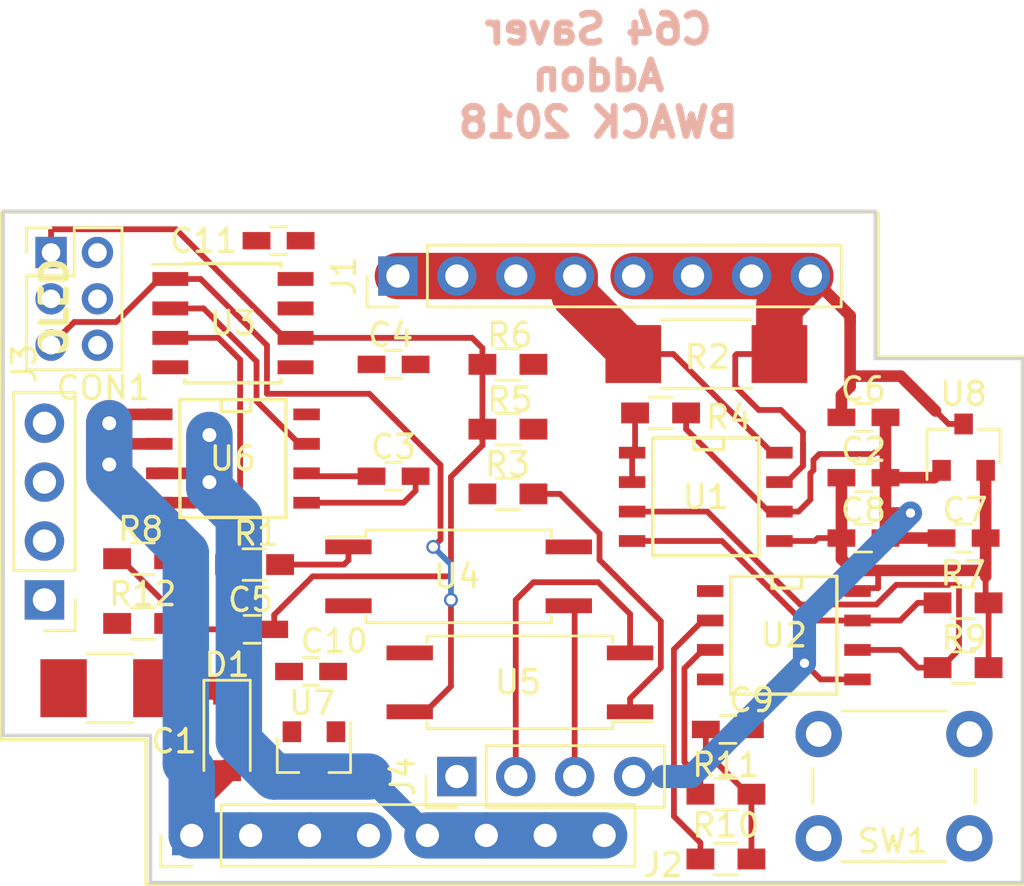
<source format=kicad_pcb>
(kicad_pcb (version 4) (host pcbnew 4.0.7)

  (general
    (links 104)
    (no_connects 60)
    (area 129.96857 74.524 185.4415 118.285239)
    (thickness 1.6)
    (drawings 11)
    (tracks 255)
    (zones 0)
    (modules 39)
    (nets 25)
  )

  (page A4)
  (layers
    (0 F.Cu signal)
    (31 B.Cu signal)
    (32 B.Adhes user)
    (33 F.Adhes user)
    (34 B.Paste user)
    (35 F.Paste user)
    (36 B.SilkS user)
    (37 F.SilkS user)
    (38 B.Mask user)
    (39 F.Mask user)
    (40 Dwgs.User user)
    (41 Cmts.User user)
    (42 Eco1.User user)
    (43 Eco2.User user)
    (44 Edge.Cuts user)
    (45 Margin user)
    (46 B.CrtYd user)
    (47 F.CrtYd user)
    (48 B.Fab user)
    (49 F.Fab user hide)
  )

  (setup
    (last_trace_width 0.25)
    (user_trace_width 0.5)
    (user_trace_width 1)
    (user_trace_width 2)
    (trace_clearance 0.2)
    (zone_clearance 0.508)
    (zone_45_only no)
    (trace_min 0.2)
    (segment_width 0.2)
    (edge_width 0.15)
    (via_size 0.6)
    (via_drill 0.4)
    (via_min_size 0.4)
    (via_min_drill 0.3)
    (uvia_size 0.3)
    (uvia_drill 0.1)
    (uvias_allowed no)
    (uvia_min_size 0.2)
    (uvia_min_drill 0.1)
    (pcb_text_width 0.3)
    (pcb_text_size 1.5 1.5)
    (mod_edge_width 0.15)
    (mod_text_size 1 1)
    (mod_text_width 0.15)
    (pad_size 1.524 1.524)
    (pad_drill 0.762)
    (pad_to_mask_clearance 0.2)
    (aux_axis_origin 0 0)
    (visible_elements 7FFFEFFF)
    (pcbplotparams
      (layerselection 0x010f0_80000001)
      (usegerberextensions false)
      (excludeedgelayer true)
      (linewidth 0.100000)
      (plotframeref false)
      (viasonmask false)
      (mode 1)
      (useauxorigin false)
      (hpglpennumber 1)
      (hpglpenspeed 20)
      (hpglpendiameter 15)
      (hpglpenoverlay 2)
      (psnegative false)
      (psa4output false)
      (plotreference true)
      (plotvalue true)
      (plotinvisibletext false)
      (padsonsilk false)
      (subtractmaskfromsilk false)
      (outputformat 4)
      (mirror false)
      (drillshape 2)
      (scaleselection 1)
      (outputdirectory gerber))
  )

  (net 0 "")
  (net 1 +5V)
  (net 2 VIN-)
  (net 3 PGATE)
  (net 4 OVERVOLTAGE)
  (net 5 /#OVERVOLTAGE)
  (net 6 "Net-(R3-Pad1)")
  (net 7 /HOLD)
  (net 8 /VIN+)
  (net 9 /SCL2)
  (net 10 /SDA2)
  (net 11 "Net-(R4-Pad2)")
  (net 12 /SCL1)
  (net 13 /SDA1)
  (net 14 /SENSE_VAC)
  (net 15 /SENSE_ACCUR)
  (net 16 /9VAC1-)
  (net 17 /9VAC1+)
  (net 18 GND)
  (net 19 "Net-(C1-Pad2)")
  (net 20 GNDD)
  (net 21 /VDD2)
  (net 22 "Net-(C5-Pad1)")
  (net 23 /HOLD_)
  (net 24 /FILTER)

  (net_class Default "This is the default net class."
    (clearance 0.2)
    (trace_width 0.25)
    (via_dia 0.6)
    (via_drill 0.4)
    (uvia_dia 0.3)
    (uvia_drill 0.1)
    (add_net +5V)
    (add_net /#OVERVOLTAGE)
    (add_net /9VAC1+)
    (add_net /9VAC1-)
    (add_net /FILTER)
    (add_net /HOLD)
    (add_net /HOLD_)
    (add_net /SCL1)
    (add_net /SCL2)
    (add_net /SDA1)
    (add_net /SDA2)
    (add_net /SENSE_ACCUR)
    (add_net /SENSE_VAC)
    (add_net /VDD2)
    (add_net /VIN+)
    (add_net GND)
    (add_net GNDD)
    (add_net "Net-(C1-Pad2)")
    (add_net "Net-(C5-Pad1)")
    (add_net "Net-(R3-Pad1)")
    (add_net "Net-(R4-Pad2)")
    (add_net OVERVOLTAGE)
    (add_net PGATE)
    (add_net VIN-)
  )

  (module Pin_Headers:Pin_Header_Straight_1x04_Pitch2.54mm (layer F.Cu) (tedit 59650532) (tstamp 5B246759)
    (at 142.24 100.33 180)
    (descr "Through hole straight pin header, 1x04, 2.54mm pitch, single row")
    (tags "Through hole pin header THT 1x04 2.54mm single row")
    (path /5B231FDF)
    (fp_text reference J3 (at 0.8636 10.1854 270) (layer F.SilkS)
      (effects (font (size 1 1) (thickness 0.15)))
    )
    (fp_text value OLED_128x32_Conn_01x04_Male (at 0 9.95 180) (layer F.Fab)
      (effects (font (size 1 1) (thickness 0.15)))
    )
    (fp_line (start -0.635 -1.27) (end 1.27 -1.27) (layer F.Fab) (width 0.1))
    (fp_line (start 1.27 -1.27) (end 1.27 8.89) (layer F.Fab) (width 0.1))
    (fp_line (start 1.27 8.89) (end -1.27 8.89) (layer F.Fab) (width 0.1))
    (fp_line (start -1.27 8.89) (end -1.27 -0.635) (layer F.Fab) (width 0.1))
    (fp_line (start -1.27 -0.635) (end -0.635 -1.27) (layer F.Fab) (width 0.1))
    (fp_line (start -1.33 8.95) (end 1.33 8.95) (layer F.SilkS) (width 0.12))
    (fp_line (start -1.33 1.27) (end -1.33 8.95) (layer F.SilkS) (width 0.12))
    (fp_line (start 1.33 1.27) (end 1.33 8.95) (layer F.SilkS) (width 0.12))
    (fp_line (start -1.33 1.27) (end 1.33 1.27) (layer F.SilkS) (width 0.12))
    (fp_line (start -1.33 0) (end -1.33 -1.33) (layer F.SilkS) (width 0.12))
    (fp_line (start -1.33 -1.33) (end 0 -1.33) (layer F.SilkS) (width 0.12))
    (fp_line (start -1.8 -1.8) (end -1.8 9.4) (layer F.CrtYd) (width 0.05))
    (fp_line (start -1.8 9.4) (end 1.8 9.4) (layer F.CrtYd) (width 0.05))
    (fp_line (start 1.8 9.4) (end 1.8 -1.8) (layer F.CrtYd) (width 0.05))
    (fp_line (start 1.8 -1.8) (end -1.8 -1.8) (layer F.CrtYd) (width 0.05))
    (fp_text user %R (at 0 3.81 270) (layer F.Fab)
      (effects (font (size 1 1) (thickness 0.15)))
    )
    (pad 1 thru_hole rect (at 0 0 180) (size 1.7 1.7) (drill 1) (layers *.Cu *.Mask)
      (net 18 GND))
    (pad 2 thru_hole oval (at 0 2.54 180) (size 1.7 1.7) (drill 1) (layers *.Cu *.Mask)
      (net 1 +5V))
    (pad 3 thru_hole oval (at 0 5.08 180) (size 1.7 1.7) (drill 1) (layers *.Cu *.Mask)
      (net 12 /SCL1))
    (pad 4 thru_hole oval (at 0 7.62 180) (size 1.7 1.7) (drill 1) (layers *.Cu *.Mask)
      (net 13 /SDA1))
    (model ${KISYS3DMOD}/Pin_Headers.3dshapes/Pin_Header_Straight_1x04_Pitch2.54mm.wrl
      (at (xyz 0 0 0))
      (scale (xyz 1 1 1))
      (rotate (xyz 0 0 0))
    )
  )

  (module Buttons_Switches_THT:SW_PUSH_6mm_h13mm (layer F.Cu) (tedit 5923F252) (tstamp 5B22D091)
    (at 182.118 110.617 180)
    (descr "tactile push button, 6x6mm e.g. PHAP33xx series, height=13mm")
    (tags "tact sw push 6mm")
    (path /5B22D5E5)
    (fp_text reference SW1 (at 3.302 -0.127 360) (layer F.SilkS)
      (effects (font (size 1 1) (thickness 0.15)))
    )
    (fp_text value SW_Push (at 3.75 6.7 180) (layer F.Fab)
      (effects (font (size 1 1) (thickness 0.15)))
    )
    (fp_text user %R (at 3.25 2.25 180) (layer F.Fab)
      (effects (font (size 1 1) (thickness 0.15)))
    )
    (fp_line (start 3.25 -0.75) (end 6.25 -0.75) (layer F.Fab) (width 0.1))
    (fp_line (start 6.25 -0.75) (end 6.25 5.25) (layer F.Fab) (width 0.1))
    (fp_line (start 6.25 5.25) (end 0.25 5.25) (layer F.Fab) (width 0.1))
    (fp_line (start 0.25 5.25) (end 0.25 -0.75) (layer F.Fab) (width 0.1))
    (fp_line (start 0.25 -0.75) (end 3.25 -0.75) (layer F.Fab) (width 0.1))
    (fp_line (start 7.75 6) (end 8 6) (layer F.CrtYd) (width 0.05))
    (fp_line (start 8 6) (end 8 5.75) (layer F.CrtYd) (width 0.05))
    (fp_line (start 7.75 -1.5) (end 8 -1.5) (layer F.CrtYd) (width 0.05))
    (fp_line (start 8 -1.5) (end 8 -1.25) (layer F.CrtYd) (width 0.05))
    (fp_line (start -1.5 -1.25) (end -1.5 -1.5) (layer F.CrtYd) (width 0.05))
    (fp_line (start -1.5 -1.5) (end -1.25 -1.5) (layer F.CrtYd) (width 0.05))
    (fp_line (start -1.5 5.75) (end -1.5 6) (layer F.CrtYd) (width 0.05))
    (fp_line (start -1.5 6) (end -1.25 6) (layer F.CrtYd) (width 0.05))
    (fp_line (start -1.25 -1.5) (end 7.75 -1.5) (layer F.CrtYd) (width 0.05))
    (fp_line (start -1.5 5.75) (end -1.5 -1.25) (layer F.CrtYd) (width 0.05))
    (fp_line (start 7.75 6) (end -1.25 6) (layer F.CrtYd) (width 0.05))
    (fp_line (start 8 -1.25) (end 8 5.75) (layer F.CrtYd) (width 0.05))
    (fp_line (start 1 5.5) (end 5.5 5.5) (layer F.SilkS) (width 0.12))
    (fp_line (start -0.25 1.5) (end -0.25 3) (layer F.SilkS) (width 0.12))
    (fp_line (start 5.5 -1) (end 1 -1) (layer F.SilkS) (width 0.12))
    (fp_line (start 6.75 3) (end 6.75 1.5) (layer F.SilkS) (width 0.12))
    (fp_circle (center 3.25 2.25) (end 1.25 2.5) (layer F.Fab) (width 0.1))
    (pad 2 thru_hole circle (at 0 4.5 270) (size 2 2) (drill 1.1) (layers *.Cu *.Mask)
      (net 14 /SENSE_VAC))
    (pad 1 thru_hole circle (at 0 0 270) (size 2 2) (drill 1.1) (layers *.Cu *.Mask)
      (net 18 GND))
    (pad 2 thru_hole circle (at 6.5 4.5 270) (size 2 2) (drill 1.1) (layers *.Cu *.Mask)
      (net 14 /SENSE_VAC))
    (pad 1 thru_hole circle (at 6.5 0 270) (size 2 2) (drill 1.1) (layers *.Cu *.Mask)
      (net 18 GND))
    (model ${KISYS3DMOD}/Buttons_Switches_THT.3dshapes/SW_PUSH_6mm_h13mm.wrl
      (at (xyz 0.005 0 0))
      (scale (xyz 0.3937 0.3937 0.3937))
      (rotate (xyz 0 0 0))
    )
  )

  (module SMD_Packages:SOIC-8-N (layer F.Cu) (tedit 0) (tstamp 5B26AA31)
    (at 170.7515 95.885 270)
    (descr "Module Narrow CMS SOJ 8 pins large")
    (tags "CMS SOJ")
    (path /5B268A1F)
    (attr smd)
    (fp_text reference U1 (at 0 0 360) (layer F.SilkS)
      (effects (font (size 1 1) (thickness 0.15)))
    )
    (fp_text value INA219xIDR-SOIC (at 0 1.27 270) (layer F.Fab)
      (effects (font (size 1 1) (thickness 0.15)))
    )
    (fp_line (start -2.54 -2.286) (end 2.54 -2.286) (layer F.SilkS) (width 0.15))
    (fp_line (start 2.54 -2.286) (end 2.54 2.286) (layer F.SilkS) (width 0.15))
    (fp_line (start 2.54 2.286) (end -2.54 2.286) (layer F.SilkS) (width 0.15))
    (fp_line (start -2.54 2.286) (end -2.54 -2.286) (layer F.SilkS) (width 0.15))
    (fp_line (start -2.54 -0.762) (end -2.032 -0.762) (layer F.SilkS) (width 0.15))
    (fp_line (start -2.032 -0.762) (end -2.032 0.508) (layer F.SilkS) (width 0.15))
    (fp_line (start -2.032 0.508) (end -2.54 0.508) (layer F.SilkS) (width 0.15))
    (pad 8 smd rect (at -1.905 -3.175 270) (size 0.508 1.143) (layers F.Cu F.Paste F.Mask)
      (net 8 /VIN+))
    (pad 7 smd rect (at -0.635 -3.175 270) (size 0.508 1.143) (layers F.Cu F.Paste F.Mask)
      (net 2 VIN-))
    (pad 6 smd rect (at 0.635 -3.175 270) (size 0.508 1.143) (layers F.Cu F.Paste F.Mask)
      (net 20 GNDD))
    (pad 5 smd rect (at 1.905 -3.175 270) (size 0.508 1.143) (layers F.Cu F.Paste F.Mask)
      (net 21 /VDD2))
    (pad 4 smd rect (at 1.905 3.175 270) (size 0.508 1.143) (layers F.Cu F.Paste F.Mask)
      (net 10 /SDA2))
    (pad 3 smd rect (at 0.635 3.175 270) (size 0.508 1.143) (layers F.Cu F.Paste F.Mask)
      (net 9 /SCL2))
    (pad 2 smd rect (at -0.635 3.175 270) (size 0.508 1.143) (layers F.Cu F.Paste F.Mask)
      (net 11 "Net-(R4-Pad2)"))
    (pad 1 smd rect (at -1.905 3.175 270) (size 0.508 1.143) (layers F.Cu F.Paste F.Mask)
      (net 11 "Net-(R4-Pad2)"))
    (model SMD_Packages.3dshapes/SOIC-8-N.wrl
      (at (xyz 0 0 0))
      (scale (xyz 0.5 0.38 0.5))
      (rotate (xyz 0 0 0))
    )
  )

  (module SMD_Packages:SOIC-8-N (layer F.Cu) (tedit 0) (tstamp 5B26AA3C)
    (at 174.117 101.854 270)
    (descr "Module Narrow CMS SOJ 8 pins large")
    (tags "CMS SOJ")
    (path /5B26AA8D)
    (attr smd)
    (fp_text reference U2 (at 0 0 360) (layer F.SilkS)
      (effects (font (size 1 1) (thickness 0.15)))
    )
    (fp_text value ISO1541D (at 0 1.27 360) (layer F.Fab)
      (effects (font (size 1 1) (thickness 0.15)))
    )
    (fp_line (start -2.54 -2.286) (end 2.54 -2.286) (layer F.SilkS) (width 0.15))
    (fp_line (start 2.54 -2.286) (end 2.54 2.286) (layer F.SilkS) (width 0.15))
    (fp_line (start 2.54 2.286) (end -2.54 2.286) (layer F.SilkS) (width 0.15))
    (fp_line (start -2.54 2.286) (end -2.54 -2.286) (layer F.SilkS) (width 0.15))
    (fp_line (start -2.54 -0.762) (end -2.032 -0.762) (layer F.SilkS) (width 0.15))
    (fp_line (start -2.032 -0.762) (end -2.032 0.508) (layer F.SilkS) (width 0.15))
    (fp_line (start -2.032 0.508) (end -2.54 0.508) (layer F.SilkS) (width 0.15))
    (pad 8 smd rect (at -1.905 -3.175 270) (size 0.508 1.143) (layers F.Cu F.Paste F.Mask)
      (net 21 /VDD2))
    (pad 7 smd rect (at -0.635 -3.175 270) (size 0.508 1.143) (layers F.Cu F.Paste F.Mask)
      (net 10 /SDA2))
    (pad 6 smd rect (at 0.635 -3.175 270) (size 0.508 1.143) (layers F.Cu F.Paste F.Mask)
      (net 9 /SCL2))
    (pad 5 smd rect (at 1.905 -3.175 270) (size 0.508 1.143) (layers F.Cu F.Paste F.Mask)
      (net 20 GNDD))
    (pad 4 smd rect (at 1.905 3.175 270) (size 0.508 1.143) (layers F.Cu F.Paste F.Mask)
      (net 18 GND))
    (pad 3 smd rect (at 0.635 3.175 270) (size 0.508 1.143) (layers F.Cu F.Paste F.Mask)
      (net 12 /SCL1))
    (pad 2 smd rect (at -0.635 3.175 270) (size 0.508 1.143) (layers F.Cu F.Paste F.Mask)
      (net 13 /SDA1))
    (pad 1 smd rect (at -1.905 3.175 270) (size 0.508 1.143) (layers F.Cu F.Paste F.Mask)
      (net 1 +5V))
    (model SMD_Packages.3dshapes/SOIC-8-N.wrl
      (at (xyz 0 0 0))
      (scale (xyz 0.5 0.38 0.5))
      (rotate (xyz 0 0 0))
    )
  )

  (module Capacitors_SMD:C_0603_HandSoldering (layer F.Cu) (tedit 58AA848B) (tstamp 5B26ADBC)
    (at 177.5485 95.0595)
    (descr "Capacitor SMD 0603, hand soldering")
    (tags "capacitor 0603")
    (path /5B26A790)
    (attr smd)
    (fp_text reference C2 (at 0.0025 -1.2065) (layer F.SilkS)
      (effects (font (size 1 1) (thickness 0.15)))
    )
    (fp_text value 100n (at 0 1.5) (layer F.Fab)
      (effects (font (size 1 1) (thickness 0.15)))
    )
    (fp_text user %R (at 0 -1.25) (layer F.Fab)
      (effects (font (size 1 1) (thickness 0.15)))
    )
    (fp_line (start -0.8 0.4) (end -0.8 -0.4) (layer F.Fab) (width 0.1))
    (fp_line (start 0.8 0.4) (end -0.8 0.4) (layer F.Fab) (width 0.1))
    (fp_line (start 0.8 -0.4) (end 0.8 0.4) (layer F.Fab) (width 0.1))
    (fp_line (start -0.8 -0.4) (end 0.8 -0.4) (layer F.Fab) (width 0.1))
    (fp_line (start -0.35 -0.6) (end 0.35 -0.6) (layer F.SilkS) (width 0.12))
    (fp_line (start 0.35 0.6) (end -0.35 0.6) (layer F.SilkS) (width 0.12))
    (fp_line (start -1.8 -0.65) (end 1.8 -0.65) (layer F.CrtYd) (width 0.05))
    (fp_line (start -1.8 -0.65) (end -1.8 0.65) (layer F.CrtYd) (width 0.05))
    (fp_line (start 1.8 0.65) (end 1.8 -0.65) (layer F.CrtYd) (width 0.05))
    (fp_line (start 1.8 0.65) (end -1.8 0.65) (layer F.CrtYd) (width 0.05))
    (pad 1 smd rect (at -0.95 0) (size 1.2 0.75) (layers F.Cu F.Paste F.Mask)
      (net 21 /VDD2))
    (pad 2 smd rect (at 0.95 0) (size 1.2 0.75) (layers F.Cu F.Paste F.Mask)
      (net 20 GNDD))
    (model Capacitors_SMD.3dshapes/C_0603.wrl
      (at (xyz 0 0 0))
      (scale (xyz 1 1 1))
      (rotate (xyz 0 0 0))
    )
  )

  (module Resistors_SMD:R_0603_HandSoldering (layer F.Cu) (tedit 58E0A804) (tstamp 5B26ADC2)
    (at 151.3 98.806)
    (descr "Resistor SMD 0603, hand soldering")
    (tags "resistor 0603")
    (path /5B233376)
    (attr smd)
    (fp_text reference R1 (at 0.084 -1.3335 180) (layer F.SilkS)
      (effects (font (size 1 1) (thickness 0.15)))
    )
    (fp_text value 560 (at 0 1.55) (layer F.Fab)
      (effects (font (size 1 1) (thickness 0.15)))
    )
    (fp_text user %R (at 0 0) (layer F.Fab)
      (effects (font (size 0.4 0.4) (thickness 0.075)))
    )
    (fp_line (start -0.8 0.4) (end -0.8 -0.4) (layer F.Fab) (width 0.1))
    (fp_line (start 0.8 0.4) (end -0.8 0.4) (layer F.Fab) (width 0.1))
    (fp_line (start 0.8 -0.4) (end 0.8 0.4) (layer F.Fab) (width 0.1))
    (fp_line (start -0.8 -0.4) (end 0.8 -0.4) (layer F.Fab) (width 0.1))
    (fp_line (start 0.5 0.68) (end -0.5 0.68) (layer F.SilkS) (width 0.12))
    (fp_line (start -0.5 -0.68) (end 0.5 -0.68) (layer F.SilkS) (width 0.12))
    (fp_line (start -1.96 -0.7) (end 1.95 -0.7) (layer F.CrtYd) (width 0.05))
    (fp_line (start -1.96 -0.7) (end -1.96 0.7) (layer F.CrtYd) (width 0.05))
    (fp_line (start 1.95 0.7) (end 1.95 -0.7) (layer F.CrtYd) (width 0.05))
    (fp_line (start 1.95 0.7) (end -1.96 0.7) (layer F.CrtYd) (width 0.05))
    (pad 1 smd rect (at -1.1 0) (size 1.2 0.9) (layers F.Cu F.Paste F.Mask)
      (net 23 /HOLD_))
    (pad 2 smd rect (at 1.1 0) (size 1.2 0.9) (layers F.Cu F.Paste F.Mask)
      (net 7 /HOLD))
    (model ${KISYS3DMOD}/Resistors_SMD.3dshapes/R_0603.wrl
      (at (xyz 0 0 0))
      (scale (xyz 1 1 1))
      (rotate (xyz 0 0 0))
    )
  )

  (module Resistors_SMD:R_0603_HandSoldering (layer F.Cu) (tedit 58E0A804) (tstamp 5B26ADC8)
    (at 162.222 95.758 180)
    (descr "Resistor SMD 0603, hand soldering")
    (tags "resistor 0603")
    (path /5B26FC73)
    (attr smd)
    (fp_text reference R3 (at 0.0176 1.27 180) (layer F.SilkS)
      (effects (font (size 1 1) (thickness 0.15)))
    )
    (fp_text value 560 (at 0 1.55 180) (layer F.Fab)
      (effects (font (size 1 1) (thickness 0.15)))
    )
    (fp_text user %R (at 0 0 180) (layer F.Fab)
      (effects (font (size 0.4 0.4) (thickness 0.075)))
    )
    (fp_line (start -0.8 0.4) (end -0.8 -0.4) (layer F.Fab) (width 0.1))
    (fp_line (start 0.8 0.4) (end -0.8 0.4) (layer F.Fab) (width 0.1))
    (fp_line (start 0.8 -0.4) (end 0.8 0.4) (layer F.Fab) (width 0.1))
    (fp_line (start -0.8 -0.4) (end 0.8 -0.4) (layer F.Fab) (width 0.1))
    (fp_line (start 0.5 0.68) (end -0.5 0.68) (layer F.SilkS) (width 0.12))
    (fp_line (start -0.5 -0.68) (end 0.5 -0.68) (layer F.SilkS) (width 0.12))
    (fp_line (start -1.96 -0.7) (end 1.95 -0.7) (layer F.CrtYd) (width 0.05))
    (fp_line (start -1.96 -0.7) (end -1.96 0.7) (layer F.CrtYd) (width 0.05))
    (fp_line (start 1.95 0.7) (end 1.95 -0.7) (layer F.CrtYd) (width 0.05))
    (fp_line (start 1.95 0.7) (end -1.96 0.7) (layer F.CrtYd) (width 0.05))
    (pad 1 smd rect (at -1.1 0 180) (size 1.2 0.9) (layers F.Cu F.Paste F.Mask)
      (net 6 "Net-(R3-Pad1)"))
    (pad 2 smd rect (at 1.1 0 180) (size 1.2 0.9) (layers F.Cu F.Paste F.Mask)
      (net 2 VIN-))
    (model ${KISYS3DMOD}/Resistors_SMD.3dshapes/R_0603.wrl
      (at (xyz 0 0 0))
      (scale (xyz 1 1 1))
      (rotate (xyz 0 0 0))
    )
  )

  (module Resistors_SMD:R_0603_HandSoldering (layer F.Cu) (tedit 58E0A804) (tstamp 5B26ADCE)
    (at 168.8035 92.2655 180)
    (descr "Resistor SMD 0603, hand soldering")
    (tags "resistor 0603")
    (path /5B26E78A)
    (attr smd)
    (fp_text reference R4 (at -2.9415 -0.1905 360) (layer F.SilkS)
      (effects (font (size 1 1) (thickness 0.15)))
    )
    (fp_text value 10K (at 0 1.55 180) (layer F.Fab)
      (effects (font (size 1 1) (thickness 0.15)))
    )
    (fp_text user %R (at 0 0 180) (layer F.Fab)
      (effects (font (size 0.4 0.4) (thickness 0.075)))
    )
    (fp_line (start -0.8 0.4) (end -0.8 -0.4) (layer F.Fab) (width 0.1))
    (fp_line (start 0.8 0.4) (end -0.8 0.4) (layer F.Fab) (width 0.1))
    (fp_line (start 0.8 -0.4) (end 0.8 0.4) (layer F.Fab) (width 0.1))
    (fp_line (start -0.8 -0.4) (end 0.8 -0.4) (layer F.Fab) (width 0.1))
    (fp_line (start 0.5 0.68) (end -0.5 0.68) (layer F.SilkS) (width 0.12))
    (fp_line (start -0.5 -0.68) (end 0.5 -0.68) (layer F.SilkS) (width 0.12))
    (fp_line (start -1.96 -0.7) (end 1.95 -0.7) (layer F.CrtYd) (width 0.05))
    (fp_line (start -1.96 -0.7) (end -1.96 0.7) (layer F.CrtYd) (width 0.05))
    (fp_line (start 1.95 0.7) (end 1.95 -0.7) (layer F.CrtYd) (width 0.05))
    (fp_line (start 1.95 0.7) (end -1.96 0.7) (layer F.CrtYd) (width 0.05))
    (pad 1 smd rect (at -1.1 0 180) (size 1.2 0.9) (layers F.Cu F.Paste F.Mask)
      (net 20 GNDD))
    (pad 2 smd rect (at 1.1 0 180) (size 1.2 0.9) (layers F.Cu F.Paste F.Mask)
      (net 11 "Net-(R4-Pad2)"))
    (model ${KISYS3DMOD}/Resistors_SMD.3dshapes/R_0603.wrl
      (at (xyz 0 0 0))
      (scale (xyz 1 1 1))
      (rotate (xyz 0 0 0))
    )
  )

  (module Capacitors_SMD:C_0603_HandSoldering (layer F.Cu) (tedit 58AA848B) (tstamp 5B2ACFEF)
    (at 157.292 90.17 180)
    (descr "Capacitor SMD 0603, hand soldering")
    (tags "capacitor 0603")
    (path /5B2AE259)
    (attr smd)
    (fp_text reference C4 (at 0.1245 1.27 360) (layer F.SilkS)
      (effects (font (size 1 1) (thickness 0.15)))
    )
    (fp_text value 100nF (at 0 1.5 180) (layer F.Fab)
      (effects (font (size 1 1) (thickness 0.15)))
    )
    (fp_text user %R (at 0 -1.25 180) (layer F.Fab)
      (effects (font (size 1 1) (thickness 0.15)))
    )
    (fp_line (start -0.8 0.4) (end -0.8 -0.4) (layer F.Fab) (width 0.1))
    (fp_line (start 0.8 0.4) (end -0.8 0.4) (layer F.Fab) (width 0.1))
    (fp_line (start 0.8 -0.4) (end 0.8 0.4) (layer F.Fab) (width 0.1))
    (fp_line (start -0.8 -0.4) (end 0.8 -0.4) (layer F.Fab) (width 0.1))
    (fp_line (start -0.35 -0.6) (end 0.35 -0.6) (layer F.SilkS) (width 0.12))
    (fp_line (start 0.35 0.6) (end -0.35 0.6) (layer F.SilkS) (width 0.12))
    (fp_line (start -1.8 -0.65) (end 1.8 -0.65) (layer F.CrtYd) (width 0.05))
    (fp_line (start -1.8 -0.65) (end -1.8 0.65) (layer F.CrtYd) (width 0.05))
    (fp_line (start 1.8 0.65) (end 1.8 -0.65) (layer F.CrtYd) (width 0.05))
    (fp_line (start 1.8 0.65) (end -1.8 0.65) (layer F.CrtYd) (width 0.05))
    (pad 1 smd rect (at -0.95 0 180) (size 1.2 0.75) (layers F.Cu F.Paste F.Mask)
      (net 18 GND))
    (pad 2 smd rect (at 0.95 0 180) (size 1.2 0.75) (layers F.Cu F.Paste F.Mask)
      (net 1 +5V))
    (model Capacitors_SMD.3dshapes/C_0603.wrl
      (at (xyz 0 0 0))
      (scale (xyz 1 1 1))
      (rotate (xyz 0 0 0))
    )
  )

  (module Resistors_SMD:R_0603_HandSoldering (layer F.Cu) (tedit 58E0A804) (tstamp 5B2AD001)
    (at 162.222 92.964)
    (descr "Resistor SMD 0603, hand soldering")
    (tags "resistor 0603")
    (path /5B296F2B)
    (attr smd)
    (fp_text reference R5 (at 0.084 -1.27) (layer F.SilkS)
      (effects (font (size 1 1) (thickness 0.15)))
    )
    (fp_text value 470k (at 0 1.55) (layer F.Fab)
      (effects (font (size 1 1) (thickness 0.15)))
    )
    (fp_text user %R (at 0 0) (layer F.Fab)
      (effects (font (size 0.4 0.4) (thickness 0.075)))
    )
    (fp_line (start -0.8 0.4) (end -0.8 -0.4) (layer F.Fab) (width 0.1))
    (fp_line (start 0.8 0.4) (end -0.8 0.4) (layer F.Fab) (width 0.1))
    (fp_line (start 0.8 -0.4) (end 0.8 0.4) (layer F.Fab) (width 0.1))
    (fp_line (start -0.8 -0.4) (end 0.8 -0.4) (layer F.Fab) (width 0.1))
    (fp_line (start 0.5 0.68) (end -0.5 0.68) (layer F.SilkS) (width 0.12))
    (fp_line (start -0.5 -0.68) (end 0.5 -0.68) (layer F.SilkS) (width 0.12))
    (fp_line (start -1.96 -0.7) (end 1.95 -0.7) (layer F.CrtYd) (width 0.05))
    (fp_line (start -1.96 -0.7) (end -1.96 0.7) (layer F.CrtYd) (width 0.05))
    (fp_line (start 1.95 0.7) (end 1.95 -0.7) (layer F.CrtYd) (width 0.05))
    (fp_line (start 1.95 0.7) (end -1.96 0.7) (layer F.CrtYd) (width 0.05))
    (pad 1 smd rect (at -1.1 0) (size 1.2 0.9) (layers F.Cu F.Paste F.Mask)
      (net 14 /SENSE_VAC))
    (pad 2 smd rect (at 1.1 0) (size 1.2 0.9) (layers F.Cu F.Paste F.Mask)
      (net 1 +5V))
    (model ${KISYS3DMOD}/Resistors_SMD.3dshapes/R_0603.wrl
      (at (xyz 0 0 0))
      (scale (xyz 1 1 1))
      (rotate (xyz 0 0 0))
    )
  )

  (module Resistors_SMD:R_0603_HandSoldering (layer F.Cu) (tedit 58E0A804) (tstamp 5B2AD007)
    (at 162.222 90.17 180)
    (descr "Resistor SMD 0603, hand soldering")
    (tags "resistor 0603")
    (path /5B2970CF)
    (attr smd)
    (fp_text reference R6 (at -0.084 1.27 180) (layer F.SilkS)
      (effects (font (size 1 1) (thickness 0.15)))
    )
    (fp_text value 470k (at 0 1.55 180) (layer F.Fab)
      (effects (font (size 1 1) (thickness 0.15)))
    )
    (fp_text user %R (at 0 0 180) (layer F.Fab)
      (effects (font (size 0.4 0.4) (thickness 0.075)))
    )
    (fp_line (start -0.8 0.4) (end -0.8 -0.4) (layer F.Fab) (width 0.1))
    (fp_line (start 0.8 0.4) (end -0.8 0.4) (layer F.Fab) (width 0.1))
    (fp_line (start 0.8 -0.4) (end 0.8 0.4) (layer F.Fab) (width 0.1))
    (fp_line (start -0.8 -0.4) (end 0.8 -0.4) (layer F.Fab) (width 0.1))
    (fp_line (start 0.5 0.68) (end -0.5 0.68) (layer F.SilkS) (width 0.12))
    (fp_line (start -0.5 -0.68) (end 0.5 -0.68) (layer F.SilkS) (width 0.12))
    (fp_line (start -1.96 -0.7) (end 1.95 -0.7) (layer F.CrtYd) (width 0.05))
    (fp_line (start -1.96 -0.7) (end -1.96 0.7) (layer F.CrtYd) (width 0.05))
    (fp_line (start 1.95 0.7) (end 1.95 -0.7) (layer F.CrtYd) (width 0.05))
    (fp_line (start 1.95 0.7) (end -1.96 0.7) (layer F.CrtYd) (width 0.05))
    (pad 1 smd rect (at -1.1 0 180) (size 1.2 0.9) (layers F.Cu F.Paste F.Mask)
      (net 18 GND))
    (pad 2 smd rect (at 1.1 0 180) (size 1.2 0.9) (layers F.Cu F.Paste F.Mask)
      (net 14 /SENSE_VAC))
    (model ${KISYS3DMOD}/Resistors_SMD.3dshapes/R_0603.wrl
      (at (xyz 0 0 0))
      (scale (xyz 1 1 1))
      (rotate (xyz 0 0 0))
    )
  )

  (module Resistors_SMD:R_0603_HandSoldering (layer F.Cu) (tedit 58E0A804) (tstamp 5B2AD00D)
    (at 181.8435 100.457)
    (descr "Resistor SMD 0603, hand soldering")
    (tags "resistor 0603")
    (path /5B3C0614)
    (attr smd)
    (fp_text reference R7 (at 0 -1.27) (layer F.SilkS)
      (effects (font (size 1 1) (thickness 0.15)))
    )
    (fp_text value 560 (at 0 1.55) (layer F.Fab)
      (effects (font (size 1 1) (thickness 0.15)))
    )
    (fp_text user %R (at 0 0) (layer F.Fab)
      (effects (font (size 0.4 0.4) (thickness 0.075)))
    )
    (fp_line (start -0.8 0.4) (end -0.8 -0.4) (layer F.Fab) (width 0.1))
    (fp_line (start 0.8 0.4) (end -0.8 0.4) (layer F.Fab) (width 0.1))
    (fp_line (start 0.8 -0.4) (end 0.8 0.4) (layer F.Fab) (width 0.1))
    (fp_line (start -0.8 -0.4) (end 0.8 -0.4) (layer F.Fab) (width 0.1))
    (fp_line (start 0.5 0.68) (end -0.5 0.68) (layer F.SilkS) (width 0.12))
    (fp_line (start -0.5 -0.68) (end 0.5 -0.68) (layer F.SilkS) (width 0.12))
    (fp_line (start -1.96 -0.7) (end 1.95 -0.7) (layer F.CrtYd) (width 0.05))
    (fp_line (start -1.96 -0.7) (end -1.96 0.7) (layer F.CrtYd) (width 0.05))
    (fp_line (start 1.95 0.7) (end 1.95 -0.7) (layer F.CrtYd) (width 0.05))
    (fp_line (start 1.95 0.7) (end -1.96 0.7) (layer F.CrtYd) (width 0.05))
    (pad 1 smd rect (at -1.1 0) (size 1.2 0.9) (layers F.Cu F.Paste F.Mask)
      (net 10 /SDA2))
    (pad 2 smd rect (at 1.1 0) (size 1.2 0.9) (layers F.Cu F.Paste F.Mask)
      (net 21 /VDD2))
    (model ${KISYS3DMOD}/Resistors_SMD.3dshapes/R_0603.wrl
      (at (xyz 0 0 0))
      (scale (xyz 1 1 1))
      (rotate (xyz 0 0 0))
    )
  )

  (module Resistors_SMD:R_0603_HandSoldering (layer F.Cu) (tedit 58E0A804) (tstamp 5B2AD013)
    (at 146.474 98.552)
    (descr "Resistor SMD 0603, hand soldering")
    (tags "resistor 0603")
    (path /5B29A6ED)
    (attr smd)
    (fp_text reference R8 (at -0.084 -1.27) (layer F.SilkS)
      (effects (font (size 1 1) (thickness 0.15)))
    )
    (fp_text value 4k7 (at 0 1.55) (layer F.Fab)
      (effects (font (size 1 1) (thickness 0.15)))
    )
    (fp_text user %R (at 0 0) (layer F.Fab)
      (effects (font (size 0.4 0.4) (thickness 0.075)))
    )
    (fp_line (start -0.8 0.4) (end -0.8 -0.4) (layer F.Fab) (width 0.1))
    (fp_line (start 0.8 0.4) (end -0.8 0.4) (layer F.Fab) (width 0.1))
    (fp_line (start 0.8 -0.4) (end 0.8 0.4) (layer F.Fab) (width 0.1))
    (fp_line (start -0.8 -0.4) (end 0.8 -0.4) (layer F.Fab) (width 0.1))
    (fp_line (start 0.5 0.68) (end -0.5 0.68) (layer F.SilkS) (width 0.12))
    (fp_line (start -0.5 -0.68) (end 0.5 -0.68) (layer F.SilkS) (width 0.12))
    (fp_line (start -1.96 -0.7) (end 1.95 -0.7) (layer F.CrtYd) (width 0.05))
    (fp_line (start -1.96 -0.7) (end -1.96 0.7) (layer F.CrtYd) (width 0.05))
    (fp_line (start 1.95 0.7) (end 1.95 -0.7) (layer F.CrtYd) (width 0.05))
    (fp_line (start 1.95 0.7) (end -1.96 0.7) (layer F.CrtYd) (width 0.05))
    (pad 1 smd rect (at -1.1 0) (size 1.2 0.9) (layers F.Cu F.Paste F.Mask)
      (net 22 "Net-(C5-Pad1)"))
    (pad 2 smd rect (at 1.1 0) (size 1.2 0.9) (layers F.Cu F.Paste F.Mask)
      (net 17 /9VAC1+))
    (model ${KISYS3DMOD}/Resistors_SMD.3dshapes/R_0603.wrl
      (at (xyz 0 0 0))
      (scale (xyz 1 1 1))
      (rotate (xyz 0 0 0))
    )
  )

  (module SMD_Packages:SOIC-8-N (layer F.Cu) (tedit 0) (tstamp 5B2AD01F)
    (at 150.368 94.234 270)
    (descr "Module Narrow CMS SOJ 8 pins large")
    (tags "CMS SOJ")
    (path /5B2AC0F1)
    (attr smd)
    (fp_text reference U6 (at 0 0 360) (layer F.SilkS)
      (effects (font (size 1 1) (thickness 0.15)))
    )
    (fp_text value ACS712 (at 0 1.27 270) (layer F.Fab)
      (effects (font (size 1 1) (thickness 0.15)))
    )
    (fp_line (start -2.54 -2.286) (end 2.54 -2.286) (layer F.SilkS) (width 0.15))
    (fp_line (start 2.54 -2.286) (end 2.54 2.286) (layer F.SilkS) (width 0.15))
    (fp_line (start 2.54 2.286) (end -2.54 2.286) (layer F.SilkS) (width 0.15))
    (fp_line (start -2.54 2.286) (end -2.54 -2.286) (layer F.SilkS) (width 0.15))
    (fp_line (start -2.54 -0.762) (end -2.032 -0.762) (layer F.SilkS) (width 0.15))
    (fp_line (start -2.032 -0.762) (end -2.032 0.508) (layer F.SilkS) (width 0.15))
    (fp_line (start -2.032 0.508) (end -2.54 0.508) (layer F.SilkS) (width 0.15))
    (pad 8 smd rect (at -1.905 -3.175 270) (size 0.508 1.143) (layers F.Cu F.Paste F.Mask)
      (net 1 +5V))
    (pad 7 smd rect (at -0.635 -3.175 270) (size 0.508 1.143) (layers F.Cu F.Paste F.Mask)
      (net 15 /SENSE_ACCUR))
    (pad 6 smd rect (at 0.635 -3.175 270) (size 0.508 1.143) (layers F.Cu F.Paste F.Mask)
      (net 24 /FILTER))
    (pad 5 smd rect (at 1.905 -3.175 270) (size 0.508 1.143) (layers F.Cu F.Paste F.Mask)
      (net 18 GND))
    (pad 4 smd rect (at 1.905 3.175 270) (size 0.508 1.143) (layers F.Cu F.Paste F.Mask)
      (net 16 /9VAC1-))
    (pad 3 smd rect (at 0.635 3.175 270) (size 0.508 1.143) (layers F.Cu F.Paste F.Mask)
      (net 16 /9VAC1-))
    (pad 2 smd rect (at -0.635 3.175 270) (size 0.508 1.143) (layers F.Cu F.Paste F.Mask)
      (net 17 /9VAC1+))
    (pad 1 smd rect (at -1.905 3.175 270) (size 0.508 1.143) (layers F.Cu F.Paste F.Mask)
      (net 17 /9VAC1+))
    (model SMD_Packages.3dshapes/SOIC-8-N.wrl
      (at (xyz 0 0 0))
      (scale (xyz 0.5 0.38 0.5))
      (rotate (xyz 0 0 0))
    )
  )

  (module Capacitors_SMD:C_1210_HandSoldering (layer F.Cu) (tedit 58AA84FB) (tstamp 5B2D545A)
    (at 145.066 104.14)
    (descr "Capacitor SMD 1210, hand soldering")
    (tags "capacitor 1210")
    (path /5B2D5A0C)
    (attr smd)
    (fp_text reference C1 (at 2.762 2.286 180) (layer F.SilkS)
      (effects (font (size 1 1) (thickness 0.15)))
    )
    (fp_text value 220u (at 0 2.5) (layer F.Fab)
      (effects (font (size 1 1) (thickness 0.15)))
    )
    (fp_text user %R (at 0 -2.25 270) (layer F.Fab)
      (effects (font (size 1 1) (thickness 0.15)))
    )
    (fp_line (start -1.6 1.25) (end -1.6 -1.25) (layer F.Fab) (width 0.1))
    (fp_line (start 1.6 1.25) (end -1.6 1.25) (layer F.Fab) (width 0.1))
    (fp_line (start 1.6 -1.25) (end 1.6 1.25) (layer F.Fab) (width 0.1))
    (fp_line (start -1.6 -1.25) (end 1.6 -1.25) (layer F.Fab) (width 0.1))
    (fp_line (start 1 -1.48) (end -1 -1.48) (layer F.SilkS) (width 0.12))
    (fp_line (start -1 1.48) (end 1 1.48) (layer F.SilkS) (width 0.12))
    (fp_line (start -3.25 -1.5) (end 3.25 -1.5) (layer F.CrtYd) (width 0.05))
    (fp_line (start -3.25 -1.5) (end -3.25 1.5) (layer F.CrtYd) (width 0.05))
    (fp_line (start 3.25 1.5) (end 3.25 -1.5) (layer F.CrtYd) (width 0.05))
    (fp_line (start 3.25 1.5) (end -3.25 1.5) (layer F.CrtYd) (width 0.05))
    (pad 1 smd rect (at -2 0) (size 2 2.5) (layers F.Cu F.Paste F.Mask)
      (net 18 GND))
    (pad 2 smd rect (at 2 0) (size 2 2.5) (layers F.Cu F.Paste F.Mask)
      (net 19 "Net-(C1-Pad2)"))
    (model Capacitors_SMD.3dshapes/C_1210.wrl
      (at (xyz 0 0 0))
      (scale (xyz 1 1 1))
      (rotate (xyz 0 0 0))
    )
  )

  (module Resistors_SMD:R_0603_HandSoldering (layer F.Cu) (tedit 58E0A804) (tstamp 5B3BA056)
    (at 181.8435 103.251)
    (descr "Resistor SMD 0603, hand soldering")
    (tags "resistor 0603")
    (path /5B3C06EC)
    (attr smd)
    (fp_text reference R9 (at 0.043 -1.27) (layer F.SilkS)
      (effects (font (size 1 1) (thickness 0.15)))
    )
    (fp_text value 560 (at 0 1.55) (layer F.Fab)
      (effects (font (size 1 1) (thickness 0.15)))
    )
    (fp_text user %R (at 0 0) (layer F.Fab)
      (effects (font (size 0.4 0.4) (thickness 0.075)))
    )
    (fp_line (start -0.8 0.4) (end -0.8 -0.4) (layer F.Fab) (width 0.1))
    (fp_line (start 0.8 0.4) (end -0.8 0.4) (layer F.Fab) (width 0.1))
    (fp_line (start 0.8 -0.4) (end 0.8 0.4) (layer F.Fab) (width 0.1))
    (fp_line (start -0.8 -0.4) (end 0.8 -0.4) (layer F.Fab) (width 0.1))
    (fp_line (start 0.5 0.68) (end -0.5 0.68) (layer F.SilkS) (width 0.12))
    (fp_line (start -0.5 -0.68) (end 0.5 -0.68) (layer F.SilkS) (width 0.12))
    (fp_line (start -1.96 -0.7) (end 1.95 -0.7) (layer F.CrtYd) (width 0.05))
    (fp_line (start -1.96 -0.7) (end -1.96 0.7) (layer F.CrtYd) (width 0.05))
    (fp_line (start 1.95 0.7) (end 1.95 -0.7) (layer F.CrtYd) (width 0.05))
    (fp_line (start 1.95 0.7) (end -1.96 0.7) (layer F.CrtYd) (width 0.05))
    (pad 1 smd rect (at -1.1 0) (size 1.2 0.9) (layers F.Cu F.Paste F.Mask)
      (net 9 /SCL2))
    (pad 2 smd rect (at 1.1 0) (size 1.2 0.9) (layers F.Cu F.Paste F.Mask)
      (net 21 /VDD2))
    (model ${KISYS3DMOD}/Resistors_SMD.3dshapes/R_0603.wrl
      (at (xyz 0 0 0))
      (scale (xyz 1 1 1))
      (rotate (xyz 0 0 0))
    )
  )

  (module Resistors_SMD:R_0603_HandSoldering (layer F.Cu) (tedit 58E0A804) (tstamp 5B3BA05C)
    (at 171.62 111.506)
    (descr "Resistor SMD 0603, hand soldering")
    (tags "resistor 0603")
    (path /5B3BED52)
    (attr smd)
    (fp_text reference R10 (at 0 -1.45) (layer F.SilkS)
      (effects (font (size 1 1) (thickness 0.15)))
    )
    (fp_text value 560 (at 0 1.55) (layer F.Fab)
      (effects (font (size 1 1) (thickness 0.15)))
    )
    (fp_text user %R (at 0 0) (layer F.Fab)
      (effects (font (size 0.4 0.4) (thickness 0.075)))
    )
    (fp_line (start -0.8 0.4) (end -0.8 -0.4) (layer F.Fab) (width 0.1))
    (fp_line (start 0.8 0.4) (end -0.8 0.4) (layer F.Fab) (width 0.1))
    (fp_line (start 0.8 -0.4) (end 0.8 0.4) (layer F.Fab) (width 0.1))
    (fp_line (start -0.8 -0.4) (end 0.8 -0.4) (layer F.Fab) (width 0.1))
    (fp_line (start 0.5 0.68) (end -0.5 0.68) (layer F.SilkS) (width 0.12))
    (fp_line (start -0.5 -0.68) (end 0.5 -0.68) (layer F.SilkS) (width 0.12))
    (fp_line (start -1.96 -0.7) (end 1.95 -0.7) (layer F.CrtYd) (width 0.05))
    (fp_line (start -1.96 -0.7) (end -1.96 0.7) (layer F.CrtYd) (width 0.05))
    (fp_line (start 1.95 0.7) (end 1.95 -0.7) (layer F.CrtYd) (width 0.05))
    (fp_line (start 1.95 0.7) (end -1.96 0.7) (layer F.CrtYd) (width 0.05))
    (pad 1 smd rect (at -1.1 0) (size 1.2 0.9) (layers F.Cu F.Paste F.Mask)
      (net 13 /SDA1))
    (pad 2 smd rect (at 1.1 0) (size 1.2 0.9) (layers F.Cu F.Paste F.Mask)
      (net 1 +5V))
    (model ${KISYS3DMOD}/Resistors_SMD.3dshapes/R_0603.wrl
      (at (xyz 0 0 0))
      (scale (xyz 1 1 1))
      (rotate (xyz 0 0 0))
    )
  )

  (module Resistors_SMD:R_0603_HandSoldering (layer F.Cu) (tedit 58E0A804) (tstamp 5B3BA062)
    (at 171.62 108.712)
    (descr "Resistor SMD 0603, hand soldering")
    (tags "resistor 0603")
    (path /5B3BF114)
    (attr smd)
    (fp_text reference R11 (at 0 -1.27) (layer F.SilkS)
      (effects (font (size 1 1) (thickness 0.15)))
    )
    (fp_text value 560 (at 0 1.55) (layer F.Fab)
      (effects (font (size 1 1) (thickness 0.15)))
    )
    (fp_text user %R (at 0 0) (layer F.Fab)
      (effects (font (size 0.4 0.4) (thickness 0.075)))
    )
    (fp_line (start -0.8 0.4) (end -0.8 -0.4) (layer F.Fab) (width 0.1))
    (fp_line (start 0.8 0.4) (end -0.8 0.4) (layer F.Fab) (width 0.1))
    (fp_line (start 0.8 -0.4) (end 0.8 0.4) (layer F.Fab) (width 0.1))
    (fp_line (start -0.8 -0.4) (end 0.8 -0.4) (layer F.Fab) (width 0.1))
    (fp_line (start 0.5 0.68) (end -0.5 0.68) (layer F.SilkS) (width 0.12))
    (fp_line (start -0.5 -0.68) (end 0.5 -0.68) (layer F.SilkS) (width 0.12))
    (fp_line (start -1.96 -0.7) (end 1.95 -0.7) (layer F.CrtYd) (width 0.05))
    (fp_line (start -1.96 -0.7) (end -1.96 0.7) (layer F.CrtYd) (width 0.05))
    (fp_line (start 1.95 0.7) (end 1.95 -0.7) (layer F.CrtYd) (width 0.05))
    (fp_line (start 1.95 0.7) (end -1.96 0.7) (layer F.CrtYd) (width 0.05))
    (pad 1 smd rect (at -1.1 0) (size 1.2 0.9) (layers F.Cu F.Paste F.Mask)
      (net 12 /SCL1))
    (pad 2 smd rect (at 1.1 0) (size 1.2 0.9) (layers F.Cu F.Paste F.Mask)
      (net 1 +5V))
    (model ${KISYS3DMOD}/Resistors_SMD.3dshapes/R_0603.wrl
      (at (xyz 0 0 0))
      (scale (xyz 1 1 1))
      (rotate (xyz 0 0 0))
    )
  )

  (module Resistors_SMD:R_2010_HandSoldering (layer F.Cu) (tedit 58E0A804) (tstamp 5B3BA8D1)
    (at 170.7765 89.7255 180)
    (descr "Resistor SMD 2010, hand soldering")
    (tags "resistor 2010")
    (path /5B26A16A)
    (attr smd)
    (fp_text reference R2 (at -0.0385 -0.127 180) (layer F.SilkS)
      (effects (font (size 1 1) (thickness 0.15)))
    )
    (fp_text value 0R1 (at 0 -0.635 180) (layer F.Fab)
      (effects (font (size 1 1) (thickness 0.15)))
    )
    (fp_text user %R (at 0 0.635 180) (layer F.Fab)
      (effects (font (size 1 1) (thickness 0.15)))
    )
    (fp_line (start -2.5 1.25) (end -2.5 -1.25) (layer F.Fab) (width 0.1))
    (fp_line (start 2.5 1.25) (end -2.5 1.25) (layer F.Fab) (width 0.1))
    (fp_line (start 2.5 -1.25) (end 2.5 1.25) (layer F.Fab) (width 0.1))
    (fp_line (start -2.5 -1.25) (end 2.5 -1.25) (layer F.Fab) (width 0.1))
    (fp_line (start 1.95 1.48) (end -1.95 1.48) (layer F.SilkS) (width 0.12))
    (fp_line (start -1.95 -1.48) (end 1.95 -1.48) (layer F.SilkS) (width 0.12))
    (fp_line (start -4.6 -1.5) (end 4.6 -1.5) (layer F.CrtYd) (width 0.05))
    (fp_line (start -4.6 -1.5) (end -4.6 1.5) (layer F.CrtYd) (width 0.05))
    (fp_line (start 4.6 1.5) (end 4.6 -1.5) (layer F.CrtYd) (width 0.05))
    (fp_line (start 4.6 1.5) (end -4.6 1.5) (layer F.CrtYd) (width 0.05))
    (pad 1 smd rect (at -3.15 0 180) (size 2.4 2.5) (layers F.Cu F.Paste F.Mask)
      (net 2 VIN-))
    (pad 2 smd rect (at 3.15 0 180) (size 2.4 2.5) (layers F.Cu F.Paste F.Mask)
      (net 8 /VIN+))
    (model ${KISYS3DMOD}/Resistors_SMD.3dshapes/R_2010.wrl
      (at (xyz 0 0 0))
      (scale (xyz 1 1 1))
      (rotate (xyz 0 0 0))
    )
  )

  (module Diodes_SMD:D_SOD-123 (layer F.Cu) (tedit 58645DC7) (tstamp 5B3BC31F)
    (at 150.114 106.046 270)
    (descr SOD-123)
    (tags SOD-123)
    (path /5B21A217)
    (attr smd)
    (fp_text reference D1 (at -2.92 0 360) (layer F.SilkS)
      (effects (font (size 1 1) (thickness 0.15)))
    )
    (fp_text value D (at 0 2.1 270) (layer F.Fab)
      (effects (font (size 1 1) (thickness 0.15)))
    )
    (fp_text user %R (at 0 -2 270) (layer F.Fab)
      (effects (font (size 1 1) (thickness 0.15)))
    )
    (fp_line (start -2.25 -1) (end -2.25 1) (layer F.SilkS) (width 0.12))
    (fp_line (start 0.25 0) (end 0.75 0) (layer F.Fab) (width 0.1))
    (fp_line (start 0.25 0.4) (end -0.35 0) (layer F.Fab) (width 0.1))
    (fp_line (start 0.25 -0.4) (end 0.25 0.4) (layer F.Fab) (width 0.1))
    (fp_line (start -0.35 0) (end 0.25 -0.4) (layer F.Fab) (width 0.1))
    (fp_line (start -0.35 0) (end -0.35 0.55) (layer F.Fab) (width 0.1))
    (fp_line (start -0.35 0) (end -0.35 -0.55) (layer F.Fab) (width 0.1))
    (fp_line (start -0.75 0) (end -0.35 0) (layer F.Fab) (width 0.1))
    (fp_line (start -1.4 0.9) (end -1.4 -0.9) (layer F.Fab) (width 0.1))
    (fp_line (start 1.4 0.9) (end -1.4 0.9) (layer F.Fab) (width 0.1))
    (fp_line (start 1.4 -0.9) (end 1.4 0.9) (layer F.Fab) (width 0.1))
    (fp_line (start -1.4 -0.9) (end 1.4 -0.9) (layer F.Fab) (width 0.1))
    (fp_line (start -2.35 -1.15) (end 2.35 -1.15) (layer F.CrtYd) (width 0.05))
    (fp_line (start 2.35 -1.15) (end 2.35 1.15) (layer F.CrtYd) (width 0.05))
    (fp_line (start 2.35 1.15) (end -2.35 1.15) (layer F.CrtYd) (width 0.05))
    (fp_line (start -2.35 -1.15) (end -2.35 1.15) (layer F.CrtYd) (width 0.05))
    (fp_line (start -2.25 1) (end 1.65 1) (layer F.SilkS) (width 0.12))
    (fp_line (start -2.25 -1) (end 1.65 -1) (layer F.SilkS) (width 0.12))
    (pad 1 smd rect (at -1.65 0 270) (size 0.9 1.2) (layers F.Cu F.Paste F.Mask)
      (net 19 "Net-(C1-Pad2)"))
    (pad 2 smd rect (at 1.65 0 270) (size 0.9 1.2) (layers F.Cu F.Paste F.Mask)
      (net 17 /9VAC1+))
    (model ${KISYS3DMOD}/Diodes_SMD.3dshapes/D_SOD-123.wrl
      (at (xyz 0 0 0))
      (scale (xyz 1 1 1))
      (rotate (xyz 0 0 0))
    )
  )

  (module Housings_SOIC:SO-4_7.6x3.6mm_Pitch2.54mm (layer F.Cu) (tedit 5988BCA0) (tstamp 5B3D7485)
    (at 160.096 99.314)
    (descr "4-Lead Plastic Small Outline (SO) (http://www.everlight.com/file/ProductFile/201407061745083848.pdf)")
    (tags "SO SOIC 2.54")
    (path /5B3D5BA2)
    (attr smd)
    (fp_text reference U4 (at -0.076 0) (layer F.SilkS)
      (effects (font (size 1 1) (thickness 0.15)))
    )
    (fp_text value TLP291 (at 0 2.8) (layer F.Fab)
      (effects (font (size 1 1) (thickness 0.15)))
    )
    (fp_line (start -4 -1.7) (end -5.7 -1.7) (layer F.SilkS) (width 0.12))
    (fp_text user %R (at 0 -0.065 180) (layer F.Fab)
      (effects (font (size 1 1) (thickness 0.15)))
    )
    (fp_line (start 4 1.7) (end 4 2) (layer F.SilkS) (width 0.12))
    (fp_line (start 4 2) (end -4 2) (layer F.SilkS) (width 0.12))
    (fp_line (start -4 2) (end -4 1.7) (layer F.SilkS) (width 0.12))
    (fp_line (start -4 -1.7) (end -4 -2) (layer F.SilkS) (width 0.12))
    (fp_line (start -4 -2) (end 4 -2) (layer F.SilkS) (width 0.12))
    (fp_line (start 4 -2) (end 4 -1.7) (layer F.SilkS) (width 0.12))
    (fp_line (start 3.8 -1.8) (end 3.8 1.8) (layer F.Fab) (width 0.12))
    (fp_line (start 3.8 1.8) (end -3.8 1.8) (layer F.Fab) (width 0.12))
    (fp_line (start -3.8 1.8) (end -3.8 -1) (layer F.Fab) (width 0.12))
    (fp_line (start -3.8 -1) (end -3 -1.8) (layer F.Fab) (width 0.12))
    (fp_line (start -3 -1.8) (end 3.8 -1.8) (layer F.Fab) (width 0.12))
    (fp_line (start -6 -2.05) (end 6 -2.05) (layer F.CrtYd) (width 0.05))
    (fp_line (start -6 -2.05) (end -6 2.05) (layer F.CrtYd) (width 0.05))
    (fp_line (start 6 2.05) (end 6 -2.05) (layer F.CrtYd) (width 0.05))
    (fp_line (start 6 2.05) (end -6 2.05) (layer F.CrtYd) (width 0.05))
    (pad 1 smd rect (at -4.75 -1.27) (size 2 0.64) (layers F.Cu F.Paste F.Mask)
      (net 7 /HOLD))
    (pad 2 smd rect (at -4.75 1.27) (size 2 0.64) (layers F.Cu F.Paste F.Mask)
      (net 18 GND))
    (pad 3 smd rect (at 4.75 1.27) (size 2 0.64) (layers F.Cu F.Paste F.Mask)
      (net 3 PGATE))
    (pad 4 smd rect (at 4.75 -1.27) (size 2 0.64) (layers F.Cu F.Paste F.Mask)
      (net 2 VIN-))
    (model ${KISYS3DMOD}/Housings_SOIC.3dshapes/SO-4_7.6x3.6mm_Pitch2.54mm.wrl
      (at (xyz 0 0.0005905512 0))
      (scale (xyz 1 1 1))
      (rotate (xyz 0 0 0))
    )
  )

  (module Housings_SOIC:SO-4_7.6x3.6mm_Pitch2.54mm (layer F.Cu) (tedit 5988BCA0) (tstamp 5B3D748C)
    (at 162.738 103.886 180)
    (descr "4-Lead Plastic Small Outline (SO) (http://www.everlight.com/file/ProductFile/201407061745083848.pdf)")
    (tags "SO SOIC 2.54")
    (path /5B3D5E18)
    (attr smd)
    (fp_text reference U5 (at 0.076 0 180) (layer F.SilkS)
      (effects (font (size 1 1) (thickness 0.15)))
    )
    (fp_text value TLP291 (at 0 2.8 180) (layer F.Fab)
      (effects (font (size 1 1) (thickness 0.15)))
    )
    (fp_line (start -4 -1.7) (end -5.7 -1.7) (layer F.SilkS) (width 0.12))
    (fp_text user %R (at 0 -0.065 180) (layer F.Fab)
      (effects (font (size 1 1) (thickness 0.15)))
    )
    (fp_line (start 4 1.7) (end 4 2) (layer F.SilkS) (width 0.12))
    (fp_line (start 4 2) (end -4 2) (layer F.SilkS) (width 0.12))
    (fp_line (start -4 2) (end -4 1.7) (layer F.SilkS) (width 0.12))
    (fp_line (start -4 -1.7) (end -4 -2) (layer F.SilkS) (width 0.12))
    (fp_line (start -4 -2) (end 4 -2) (layer F.SilkS) (width 0.12))
    (fp_line (start 4 -2) (end 4 -1.7) (layer F.SilkS) (width 0.12))
    (fp_line (start 3.8 -1.8) (end 3.8 1.8) (layer F.Fab) (width 0.12))
    (fp_line (start 3.8 1.8) (end -3.8 1.8) (layer F.Fab) (width 0.12))
    (fp_line (start -3.8 1.8) (end -3.8 -1) (layer F.Fab) (width 0.12))
    (fp_line (start -3.8 -1) (end -3 -1.8) (layer F.Fab) (width 0.12))
    (fp_line (start -3 -1.8) (end 3.8 -1.8) (layer F.Fab) (width 0.12))
    (fp_line (start -6 -2.05) (end 6 -2.05) (layer F.CrtYd) (width 0.05))
    (fp_line (start -6 -2.05) (end -6 2.05) (layer F.CrtYd) (width 0.05))
    (fp_line (start 6 2.05) (end 6 -2.05) (layer F.CrtYd) (width 0.05))
    (fp_line (start 6 2.05) (end -6 2.05) (layer F.CrtYd) (width 0.05))
    (pad 1 smd rect (at -4.75 -1.27 180) (size 2 0.64) (layers F.Cu F.Paste F.Mask)
      (net 6 "Net-(R3-Pad1)"))
    (pad 2 smd rect (at -4.75 1.27 180) (size 2 0.64) (layers F.Cu F.Paste F.Mask)
      (net 4 OVERVOLTAGE))
    (pad 3 smd rect (at 4.75 1.27 180) (size 2 0.64) (layers F.Cu F.Paste F.Mask)
      (net 18 GND))
    (pad 4 smd rect (at 4.75 -1.27 180) (size 2 0.64) (layers F.Cu F.Paste F.Mask)
      (net 5 /#OVERVOLTAGE))
    (model ${KISYS3DMOD}/Housings_SOIC.3dshapes/SO-4_7.6x3.6mm_Pitch2.54mm.wrl
      (at (xyz 0 0.0005905512 0))
      (scale (xyz 1 1 1))
      (rotate (xyz 0 0 0))
    )
  )

  (module Capacitors_SMD:C_0603_HandSoldering (layer F.Cu) (tedit 58AA848B) (tstamp 5B3DE7C6)
    (at 157.292 94.996 180)
    (descr "Capacitor SMD 0603, hand soldering")
    (tags "capacitor 0603")
    (path /5B2ADCD9)
    (attr smd)
    (fp_text reference C3 (at 0 1.27 180) (layer F.SilkS)
      (effects (font (size 1 1) (thickness 0.15)))
    )
    (fp_text value 1u (at 0 1.5 180) (layer F.Fab)
      (effects (font (size 1 1) (thickness 0.15)))
    )
    (fp_text user %R (at 0 -1.25 180) (layer F.Fab)
      (effects (font (size 1 1) (thickness 0.15)))
    )
    (fp_line (start -0.8 0.4) (end -0.8 -0.4) (layer F.Fab) (width 0.1))
    (fp_line (start 0.8 0.4) (end -0.8 0.4) (layer F.Fab) (width 0.1))
    (fp_line (start 0.8 -0.4) (end 0.8 0.4) (layer F.Fab) (width 0.1))
    (fp_line (start -0.8 -0.4) (end 0.8 -0.4) (layer F.Fab) (width 0.1))
    (fp_line (start -0.35 -0.6) (end 0.35 -0.6) (layer F.SilkS) (width 0.12))
    (fp_line (start 0.35 0.6) (end -0.35 0.6) (layer F.SilkS) (width 0.12))
    (fp_line (start -1.8 -0.65) (end 1.8 -0.65) (layer F.CrtYd) (width 0.05))
    (fp_line (start -1.8 -0.65) (end -1.8 0.65) (layer F.CrtYd) (width 0.05))
    (fp_line (start 1.8 0.65) (end 1.8 -0.65) (layer F.CrtYd) (width 0.05))
    (fp_line (start 1.8 0.65) (end -1.8 0.65) (layer F.CrtYd) (width 0.05))
    (pad 1 smd rect (at -0.95 0 180) (size 1.2 0.75) (layers F.Cu F.Paste F.Mask)
      (net 18 GND))
    (pad 2 smd rect (at 0.95 0 180) (size 1.2 0.75) (layers F.Cu F.Paste F.Mask)
      (net 24 /FILTER))
    (model Capacitors_SMD.3dshapes/C_0603.wrl
      (at (xyz 0 0 0))
      (scale (xyz 1 1 1))
      (rotate (xyz 0 0 0))
    )
  )

  (module Capacitors_SMD:C_0603_HandSoldering (layer F.Cu) (tedit 58AA848B) (tstamp 5B3DE7CB)
    (at 151.196 101.6)
    (descr "Capacitor SMD 0603, hand soldering")
    (tags "capacitor 0603")
    (path /5B297EAD)
    (attr smd)
    (fp_text reference C5 (at -0.066 -1.27 180) (layer F.SilkS)
      (effects (font (size 1 1) (thickness 0.15)))
    )
    (fp_text value 100n (at 0 1.5) (layer F.Fab)
      (effects (font (size 1 1) (thickness 0.15)))
    )
    (fp_text user %R (at 0 -1.25) (layer F.Fab)
      (effects (font (size 1 1) (thickness 0.15)))
    )
    (fp_line (start -0.8 0.4) (end -0.8 -0.4) (layer F.Fab) (width 0.1))
    (fp_line (start 0.8 0.4) (end -0.8 0.4) (layer F.Fab) (width 0.1))
    (fp_line (start 0.8 -0.4) (end 0.8 0.4) (layer F.Fab) (width 0.1))
    (fp_line (start -0.8 -0.4) (end 0.8 -0.4) (layer F.Fab) (width 0.1))
    (fp_line (start -0.35 -0.6) (end 0.35 -0.6) (layer F.SilkS) (width 0.12))
    (fp_line (start 0.35 0.6) (end -0.35 0.6) (layer F.SilkS) (width 0.12))
    (fp_line (start -1.8 -0.65) (end 1.8 -0.65) (layer F.CrtYd) (width 0.05))
    (fp_line (start -1.8 -0.65) (end -1.8 0.65) (layer F.CrtYd) (width 0.05))
    (fp_line (start 1.8 0.65) (end 1.8 -0.65) (layer F.CrtYd) (width 0.05))
    (fp_line (start 1.8 0.65) (end -1.8 0.65) (layer F.CrtYd) (width 0.05))
    (pad 1 smd rect (at -0.95 0) (size 1.2 0.75) (layers F.Cu F.Paste F.Mask)
      (net 22 "Net-(C5-Pad1)"))
    (pad 2 smd rect (at 0.95 0) (size 1.2 0.75) (layers F.Cu F.Paste F.Mask)
      (net 14 /SENSE_VAC))
    (model Capacitors_SMD.3dshapes/C_0603.wrl
      (at (xyz 0 0 0))
      (scale (xyz 1 1 1))
      (rotate (xyz 0 0 0))
    )
  )

  (module Capacitors_SMD:C_0603_HandSoldering (layer F.Cu) (tedit 58AA848B) (tstamp 5B3E9341)
    (at 177.5485 92.456 180)
    (descr "Capacitor SMD 0603, hand soldering")
    (tags "capacitor 0603")
    (path /5B406901)
    (attr smd)
    (fp_text reference C6 (at 0.0025 1.209 360) (layer F.SilkS)
      (effects (font (size 1 1) (thickness 0.15)))
    )
    (fp_text value 1u (at 0 1.5 180) (layer F.Fab)
      (effects (font (size 1 1) (thickness 0.15)))
    )
    (fp_text user %R (at 0 -1.25 180) (layer F.Fab)
      (effects (font (size 1 1) (thickness 0.15)))
    )
    (fp_line (start -0.8 0.4) (end -0.8 -0.4) (layer F.Fab) (width 0.1))
    (fp_line (start 0.8 0.4) (end -0.8 0.4) (layer F.Fab) (width 0.1))
    (fp_line (start 0.8 -0.4) (end 0.8 0.4) (layer F.Fab) (width 0.1))
    (fp_line (start -0.8 -0.4) (end 0.8 -0.4) (layer F.Fab) (width 0.1))
    (fp_line (start -0.35 -0.6) (end 0.35 -0.6) (layer F.SilkS) (width 0.12))
    (fp_line (start 0.35 0.6) (end -0.35 0.6) (layer F.SilkS) (width 0.12))
    (fp_line (start -1.8 -0.65) (end 1.8 -0.65) (layer F.CrtYd) (width 0.05))
    (fp_line (start -1.8 -0.65) (end -1.8 0.65) (layer F.CrtYd) (width 0.05))
    (fp_line (start 1.8 0.65) (end 1.8 -0.65) (layer F.CrtYd) (width 0.05))
    (fp_line (start 1.8 0.65) (end -1.8 0.65) (layer F.CrtYd) (width 0.05))
    (pad 1 smd rect (at -0.95 0 180) (size 1.2 0.75) (layers F.Cu F.Paste F.Mask)
      (net 20 GNDD))
    (pad 2 smd rect (at 0.95 0 180) (size 1.2 0.75) (layers F.Cu F.Paste F.Mask)
      (net 2 VIN-))
    (model Capacitors_SMD.3dshapes/C_0603.wrl
      (at (xyz 0 0 0))
      (scale (xyz 1 1 1))
      (rotate (xyz 0 0 0))
    )
  )

  (module Capacitors_SMD:C_0603_HandSoldering (layer F.Cu) (tedit 58AA848B) (tstamp 5B3E9347)
    (at 181.8665 97.663)
    (descr "Capacitor SMD 0603, hand soldering")
    (tags "capacitor 0603")
    (path /5B406DAF)
    (attr smd)
    (fp_text reference C7 (at 0.061 -1.2065 180) (layer F.SilkS)
      (effects (font (size 1 1) (thickness 0.15)))
    )
    (fp_text value 1u (at 0 1.5) (layer F.Fab)
      (effects (font (size 1 1) (thickness 0.15)))
    )
    (fp_text user %R (at 0 -1.25) (layer F.Fab)
      (effects (font (size 1 1) (thickness 0.15)))
    )
    (fp_line (start -0.8 0.4) (end -0.8 -0.4) (layer F.Fab) (width 0.1))
    (fp_line (start 0.8 0.4) (end -0.8 0.4) (layer F.Fab) (width 0.1))
    (fp_line (start 0.8 -0.4) (end 0.8 0.4) (layer F.Fab) (width 0.1))
    (fp_line (start -0.8 -0.4) (end 0.8 -0.4) (layer F.Fab) (width 0.1))
    (fp_line (start -0.35 -0.6) (end 0.35 -0.6) (layer F.SilkS) (width 0.12))
    (fp_line (start 0.35 0.6) (end -0.35 0.6) (layer F.SilkS) (width 0.12))
    (fp_line (start -1.8 -0.65) (end 1.8 -0.65) (layer F.CrtYd) (width 0.05))
    (fp_line (start -1.8 -0.65) (end -1.8 0.65) (layer F.CrtYd) (width 0.05))
    (fp_line (start 1.8 0.65) (end 1.8 -0.65) (layer F.CrtYd) (width 0.05))
    (fp_line (start 1.8 0.65) (end -1.8 0.65) (layer F.CrtYd) (width 0.05))
    (pad 1 smd rect (at -0.95 0) (size 1.2 0.75) (layers F.Cu F.Paste F.Mask)
      (net 20 GNDD))
    (pad 2 smd rect (at 0.95 0) (size 1.2 0.75) (layers F.Cu F.Paste F.Mask)
      (net 21 /VDD2))
    (model Capacitors_SMD.3dshapes/C_0603.wrl
      (at (xyz 0 0 0))
      (scale (xyz 1 1 1))
      (rotate (xyz 0 0 0))
    )
  )

  (module Capacitors_SMD:C_0603_HandSoldering (layer F.Cu) (tedit 58AA848B) (tstamp 5B3E934D)
    (at 177.5485 97.663)
    (descr "Capacitor SMD 0603, hand soldering")
    (tags "capacitor 0603")
    (path /5B3E8439)
    (attr smd)
    (fp_text reference C8 (at -0.0025 -1.2065) (layer F.SilkS)
      (effects (font (size 1 1) (thickness 0.15)))
    )
    (fp_text value 100n (at 0 1.5) (layer F.Fab)
      (effects (font (size 1 1) (thickness 0.15)))
    )
    (fp_text user %R (at 0 -1.25) (layer F.Fab)
      (effects (font (size 1 1) (thickness 0.15)))
    )
    (fp_line (start -0.8 0.4) (end -0.8 -0.4) (layer F.Fab) (width 0.1))
    (fp_line (start 0.8 0.4) (end -0.8 0.4) (layer F.Fab) (width 0.1))
    (fp_line (start 0.8 -0.4) (end 0.8 0.4) (layer F.Fab) (width 0.1))
    (fp_line (start -0.8 -0.4) (end 0.8 -0.4) (layer F.Fab) (width 0.1))
    (fp_line (start -0.35 -0.6) (end 0.35 -0.6) (layer F.SilkS) (width 0.12))
    (fp_line (start 0.35 0.6) (end -0.35 0.6) (layer F.SilkS) (width 0.12))
    (fp_line (start -1.8 -0.65) (end 1.8 -0.65) (layer F.CrtYd) (width 0.05))
    (fp_line (start -1.8 -0.65) (end -1.8 0.65) (layer F.CrtYd) (width 0.05))
    (fp_line (start 1.8 0.65) (end 1.8 -0.65) (layer F.CrtYd) (width 0.05))
    (fp_line (start 1.8 0.65) (end -1.8 0.65) (layer F.CrtYd) (width 0.05))
    (pad 1 smd rect (at -0.95 0) (size 1.2 0.75) (layers F.Cu F.Paste F.Mask)
      (net 21 /VDD2))
    (pad 2 smd rect (at 0.95 0) (size 1.2 0.75) (layers F.Cu F.Paste F.Mask)
      (net 20 GNDD))
    (model Capacitors_SMD.3dshapes/C_0603.wrl
      (at (xyz 0 0 0))
      (scale (xyz 1 1 1))
      (rotate (xyz 0 0 0))
    )
  )

  (module Capacitors_SMD:C_0603_HandSoldering (layer F.Cu) (tedit 58AA848B) (tstamp 5B3E9353)
    (at 171.704 105.918)
    (descr "Capacitor SMD 0603, hand soldering")
    (tags "capacitor 0603")
    (path /5B3E8553)
    (attr smd)
    (fp_text reference C9 (at 1.016 -1.27) (layer F.SilkS)
      (effects (font (size 1 1) (thickness 0.15)))
    )
    (fp_text value 100n (at 0 1.5) (layer F.Fab)
      (effects (font (size 1 1) (thickness 0.15)))
    )
    (fp_text user %R (at 0 -1.25) (layer F.Fab)
      (effects (font (size 1 1) (thickness 0.15)))
    )
    (fp_line (start -0.8 0.4) (end -0.8 -0.4) (layer F.Fab) (width 0.1))
    (fp_line (start 0.8 0.4) (end -0.8 0.4) (layer F.Fab) (width 0.1))
    (fp_line (start 0.8 -0.4) (end 0.8 0.4) (layer F.Fab) (width 0.1))
    (fp_line (start -0.8 -0.4) (end 0.8 -0.4) (layer F.Fab) (width 0.1))
    (fp_line (start -0.35 -0.6) (end 0.35 -0.6) (layer F.SilkS) (width 0.12))
    (fp_line (start 0.35 0.6) (end -0.35 0.6) (layer F.SilkS) (width 0.12))
    (fp_line (start -1.8 -0.65) (end 1.8 -0.65) (layer F.CrtYd) (width 0.05))
    (fp_line (start -1.8 -0.65) (end -1.8 0.65) (layer F.CrtYd) (width 0.05))
    (fp_line (start 1.8 0.65) (end 1.8 -0.65) (layer F.CrtYd) (width 0.05))
    (fp_line (start 1.8 0.65) (end -1.8 0.65) (layer F.CrtYd) (width 0.05))
    (pad 1 smd rect (at -0.95 0) (size 1.2 0.75) (layers F.Cu F.Paste F.Mask)
      (net 1 +5V))
    (pad 2 smd rect (at 0.95 0) (size 1.2 0.75) (layers F.Cu F.Paste F.Mask)
      (net 18 GND))
    (model Capacitors_SMD.3dshapes/C_0603.wrl
      (at (xyz 0 0 0))
      (scale (xyz 1 1 1))
      (rotate (xyz 0 0 0))
    )
  )

  (module TO_SOT_Packages_SMD:SOT-23 (layer F.Cu) (tedit 58CE4E7E) (tstamp 5B3E935A)
    (at 181.8665 93.742 90)
    (descr "SOT-23, Standard")
    (tags SOT-23)
    (path /5B3FB362)
    (attr smd)
    (fp_text reference U8 (at 2.302 -0.0025 180) (layer F.SilkS)
      (effects (font (size 1 1) (thickness 0.15)))
    )
    (fp_text value MCP1700-5002E_SOT23 (at 0 2.5 90) (layer F.Fab)
      (effects (font (size 1 1) (thickness 0.15)))
    )
    (fp_text user %R (at 0 0 180) (layer F.Fab)
      (effects (font (size 0.5 0.5) (thickness 0.075)))
    )
    (fp_line (start -0.7 -0.95) (end -0.7 1.5) (layer F.Fab) (width 0.1))
    (fp_line (start -0.15 -1.52) (end 0.7 -1.52) (layer F.Fab) (width 0.1))
    (fp_line (start -0.7 -0.95) (end -0.15 -1.52) (layer F.Fab) (width 0.1))
    (fp_line (start 0.7 -1.52) (end 0.7 1.52) (layer F.Fab) (width 0.1))
    (fp_line (start -0.7 1.52) (end 0.7 1.52) (layer F.Fab) (width 0.1))
    (fp_line (start 0.76 1.58) (end 0.76 0.65) (layer F.SilkS) (width 0.12))
    (fp_line (start 0.76 -1.58) (end 0.76 -0.65) (layer F.SilkS) (width 0.12))
    (fp_line (start -1.7 -1.75) (end 1.7 -1.75) (layer F.CrtYd) (width 0.05))
    (fp_line (start 1.7 -1.75) (end 1.7 1.75) (layer F.CrtYd) (width 0.05))
    (fp_line (start 1.7 1.75) (end -1.7 1.75) (layer F.CrtYd) (width 0.05))
    (fp_line (start -1.7 1.75) (end -1.7 -1.75) (layer F.CrtYd) (width 0.05))
    (fp_line (start 0.76 -1.58) (end -1.4 -1.58) (layer F.SilkS) (width 0.12))
    (fp_line (start 0.76 1.58) (end -0.7 1.58) (layer F.SilkS) (width 0.12))
    (pad 1 smd rect (at -1 -0.95 90) (size 0.9 0.8) (layers F.Cu F.Paste F.Mask)
      (net 20 GNDD))
    (pad 2 smd rect (at -1 0.95 90) (size 0.9 0.8) (layers F.Cu F.Paste F.Mask)
      (net 21 /VDD2))
    (pad 3 smd rect (at 1 0 90) (size 0.9 0.8) (layers F.Cu F.Paste F.Mask)
      (net 2 VIN-))
    (model ${KISYS3DMOD}/TO_SOT_Packages_SMD.3dshapes/SOT-23.wrl
      (at (xyz 0 0 0))
      (scale (xyz 1 1 1))
      (rotate (xyz 0 0 0))
    )
  )

  (module Capacitors_SMD:C_0603_HandSoldering (layer F.Cu) (tedit 58AA848B) (tstamp 5B3EA5B4)
    (at 153.736 103.419156 180)
    (descr "Capacitor SMD 0603, hand soldering")
    (tags "capacitor 0603")
    (path /5B40CBD1)
    (attr smd)
    (fp_text reference C10 (at -1.001006 1.311156 180) (layer F.SilkS)
      (effects (font (size 1 1) (thickness 0.15)))
    )
    (fp_text value 1u (at 0 1.5 180) (layer F.Fab)
      (effects (font (size 1 1) (thickness 0.15)))
    )
    (fp_text user %R (at 0 -1.25 180) (layer F.Fab)
      (effects (font (size 1 1) (thickness 0.15)))
    )
    (fp_line (start -0.8 0.4) (end -0.8 -0.4) (layer F.Fab) (width 0.1))
    (fp_line (start 0.8 0.4) (end -0.8 0.4) (layer F.Fab) (width 0.1))
    (fp_line (start 0.8 -0.4) (end 0.8 0.4) (layer F.Fab) (width 0.1))
    (fp_line (start -0.8 -0.4) (end 0.8 -0.4) (layer F.Fab) (width 0.1))
    (fp_line (start -0.35 -0.6) (end 0.35 -0.6) (layer F.SilkS) (width 0.12))
    (fp_line (start 0.35 0.6) (end -0.35 0.6) (layer F.SilkS) (width 0.12))
    (fp_line (start -1.8 -0.65) (end 1.8 -0.65) (layer F.CrtYd) (width 0.05))
    (fp_line (start -1.8 -0.65) (end -1.8 0.65) (layer F.CrtYd) (width 0.05))
    (fp_line (start 1.8 0.65) (end 1.8 -0.65) (layer F.CrtYd) (width 0.05))
    (fp_line (start 1.8 0.65) (end -1.8 0.65) (layer F.CrtYd) (width 0.05))
    (pad 1 smd rect (at -0.95 0 180) (size 1.2 0.75) (layers F.Cu F.Paste F.Mask)
      (net 18 GND))
    (pad 2 smd rect (at 0.95 0 180) (size 1.2 0.75) (layers F.Cu F.Paste F.Mask)
      (net 1 +5V))
    (model Capacitors_SMD.3dshapes/C_0603.wrl
      (at (xyz 0 0 0))
      (scale (xyz 1 1 1))
      (rotate (xyz 0 0 0))
    )
  )

  (module TO_SOT_Packages_SMD:SOT-23 (layer F.Cu) (tedit 58CE4E7E) (tstamp 5B3EA5B5)
    (at 153.858 107.016556 270)
    (descr "SOT-23, Standard")
    (tags SOT-23)
    (path /5B40CAAA)
    (attr smd)
    (fp_text reference U7 (at -2.241556 0.075994 360) (layer F.SilkS)
      (effects (font (size 1 1) (thickness 0.15)))
    )
    (fp_text value MCP1700-5002E_SOT23 (at 0 2.5 270) (layer F.Fab)
      (effects (font (size 1 1) (thickness 0.15)))
    )
    (fp_text user %R (at 0 0 360) (layer F.Fab)
      (effects (font (size 0.5 0.5) (thickness 0.075)))
    )
    (fp_line (start -0.7 -0.95) (end -0.7 1.5) (layer F.Fab) (width 0.1))
    (fp_line (start -0.15 -1.52) (end 0.7 -1.52) (layer F.Fab) (width 0.1))
    (fp_line (start -0.7 -0.95) (end -0.15 -1.52) (layer F.Fab) (width 0.1))
    (fp_line (start 0.7 -1.52) (end 0.7 1.52) (layer F.Fab) (width 0.1))
    (fp_line (start -0.7 1.52) (end 0.7 1.52) (layer F.Fab) (width 0.1))
    (fp_line (start 0.76 1.58) (end 0.76 0.65) (layer F.SilkS) (width 0.12))
    (fp_line (start 0.76 -1.58) (end 0.76 -0.65) (layer F.SilkS) (width 0.12))
    (fp_line (start -1.7 -1.75) (end 1.7 -1.75) (layer F.CrtYd) (width 0.05))
    (fp_line (start 1.7 -1.75) (end 1.7 1.75) (layer F.CrtYd) (width 0.05))
    (fp_line (start 1.7 1.75) (end -1.7 1.75) (layer F.CrtYd) (width 0.05))
    (fp_line (start -1.7 1.75) (end -1.7 -1.75) (layer F.CrtYd) (width 0.05))
    (fp_line (start 0.76 -1.58) (end -1.4 -1.58) (layer F.SilkS) (width 0.12))
    (fp_line (start 0.76 1.58) (end -0.7 1.58) (layer F.SilkS) (width 0.12))
    (pad 1 smd rect (at -1 -0.95 270) (size 0.9 0.8) (layers F.Cu F.Paste F.Mask)
      (net 18 GND))
    (pad 2 smd rect (at -1 0.95 270) (size 0.9 0.8) (layers F.Cu F.Paste F.Mask)
      (net 1 +5V))
    (pad 3 smd rect (at 1 0 270) (size 0.9 0.8) (layers F.Cu F.Paste F.Mask)
      (net 19 "Net-(C1-Pad2)"))
    (model ${KISYS3DMOD}/TO_SOT_Packages_SMD.3dshapes/SOT-23.wrl
      (at (xyz 0 0 0))
      (scale (xyz 1 1 1))
      (rotate (xyz 0 0 0))
    )
  )

  (module HAMMOND:HAMMOND_1551G locked (layer F.Cu) (tedit 5B41FA40) (tstamp 5B41FC93)
    (at 152.4 86.36)
    (fp_text reference REF** (at -9.144 -3.81) (layer Eco1.User)
      (effects (font (size 1 1) (thickness 0.15)))
    )
    (fp_text value HAMMOND_1551G (at -4.826 -5.334) (layer Eco1.User)
      (effects (font (size 1 1) (thickness 0.15)))
    )
    (fp_line (start 25.781 3.4925) (end 32.004 3.4925) (layer F.SilkS) (width 0.15))
    (fp_line (start 25.781 -2.7305) (end 25.781 3.4925) (layer F.SilkS) (width 0.15))
    (fp_line (start -5.7785 20.0025) (end -5.7785 26.2255) (layer F.SilkS) (width 0.15))
    (fp_line (start -11.938 20.0025) (end -5.7785 20.0025) (layer F.SilkS) (width 0.15))
    (fp_line (start -12 -2.75) (end -12 20) (layer F.SilkS) (width 0.15))
    (fp_line (start -12 -2.75) (end 25.75 -2.75) (layer F.SilkS) (width 0.15))
    (fp_circle (center 0 0) (end 1.25 0) (layer Eco1.User) (width 0.15))
    (fp_circle (center 20 23.5) (end 21.25 23.5) (layer Eco1.User) (width 0.15))
    (fp_line (start -5.75 26.25) (end 32 26.25) (layer F.SilkS) (width 0.15))
    (fp_line (start 32 3.5) (end 32 26.25) (layer F.SilkS) (width 0.15))
  )

  (module Pin_Headers:Pin_Header_Straight_1x08_Pitch2.54mm locked (layer F.Cu) (tedit 59650532) (tstamp 5B420A03)
    (at 157.48 86.36 90)
    (descr "Through hole straight pin header, 1x08, 2.54mm pitch, single row")
    (tags "Through hole pin header THT 1x08 2.54mm single row")
    (path /5B426E14)
    (fp_text reference J1 (at 0 -2.33 90) (layer F.SilkS)
      (effects (font (size 1 1) (thickness 0.15)))
    )
    (fp_text value Conn_01x08_Female (at 0 20.11 90) (layer F.Fab)
      (effects (font (size 1 1) (thickness 0.15)))
    )
    (fp_line (start -0.635 -1.27) (end 1.27 -1.27) (layer F.Fab) (width 0.1))
    (fp_line (start 1.27 -1.27) (end 1.27 19.05) (layer F.Fab) (width 0.1))
    (fp_line (start 1.27 19.05) (end -1.27 19.05) (layer F.Fab) (width 0.1))
    (fp_line (start -1.27 19.05) (end -1.27 -0.635) (layer F.Fab) (width 0.1))
    (fp_line (start -1.27 -0.635) (end -0.635 -1.27) (layer F.Fab) (width 0.1))
    (fp_line (start -1.33 19.11) (end 1.33 19.11) (layer F.SilkS) (width 0.12))
    (fp_line (start -1.33 1.27) (end -1.33 19.11) (layer F.SilkS) (width 0.12))
    (fp_line (start 1.33 1.27) (end 1.33 19.11) (layer F.SilkS) (width 0.12))
    (fp_line (start -1.33 1.27) (end 1.33 1.27) (layer F.SilkS) (width 0.12))
    (fp_line (start -1.33 0) (end -1.33 -1.33) (layer F.SilkS) (width 0.12))
    (fp_line (start -1.33 -1.33) (end 0 -1.33) (layer F.SilkS) (width 0.12))
    (fp_line (start -1.8 -1.8) (end -1.8 19.55) (layer F.CrtYd) (width 0.05))
    (fp_line (start -1.8 19.55) (end 1.8 19.55) (layer F.CrtYd) (width 0.05))
    (fp_line (start 1.8 19.55) (end 1.8 -1.8) (layer F.CrtYd) (width 0.05))
    (fp_line (start 1.8 -1.8) (end -1.8 -1.8) (layer F.CrtYd) (width 0.05))
    (fp_text user %R (at 0 8.89 180) (layer F.Fab)
      (effects (font (size 1 1) (thickness 0.15)))
    )
    (pad 1 thru_hole rect (at 0 0 90) (size 1.7 1.7) (drill 1) (layers *.Cu *.Mask)
      (net 8 /VIN+))
    (pad 2 thru_hole oval (at 0 2.54 90) (size 1.7 1.7) (drill 1) (layers *.Cu *.Mask)
      (net 8 /VIN+))
    (pad 3 thru_hole oval (at 0 5.08 90) (size 1.7 1.7) (drill 1) (layers *.Cu *.Mask)
      (net 8 /VIN+))
    (pad 4 thru_hole oval (at 0 7.62 90) (size 1.7 1.7) (drill 1) (layers *.Cu *.Mask)
      (net 8 /VIN+))
    (pad 5 thru_hole oval (at 0 10.16 90) (size 1.7 1.7) (drill 1) (layers *.Cu *.Mask)
      (net 2 VIN-))
    (pad 6 thru_hole oval (at 0 12.7 90) (size 1.7 1.7) (drill 1) (layers *.Cu *.Mask)
      (net 2 VIN-))
    (pad 7 thru_hole oval (at 0 15.24 90) (size 1.7 1.7) (drill 1) (layers *.Cu *.Mask)
      (net 2 VIN-))
    (pad 8 thru_hole oval (at 0 17.78 90) (size 1.7 1.7) (drill 1) (layers *.Cu *.Mask)
      (net 2 VIN-))
  )

  (module Pin_Headers:Pin_Header_Straight_1x08_Pitch2.54mm (layer F.Cu) (tedit 59650532) (tstamp 5B420A0E)
    (at 148.59 110.49 90)
    (descr "Through hole straight pin header, 1x08, 2.54mm pitch, single row")
    (tags "Through hole pin header THT 1x08 2.54mm single row")
    (path /5B427C9D)
    (fp_text reference J2 (at -1.27 20.32 180) (layer F.SilkS)
      (effects (font (size 1 1) (thickness 0.15)))
    )
    (fp_text value Conn_01x08_Female (at 0 20.11 90) (layer F.Fab)
      (effects (font (size 1 1) (thickness 0.15)))
    )
    (fp_line (start -0.635 -1.27) (end 1.27 -1.27) (layer F.Fab) (width 0.1))
    (fp_line (start 1.27 -1.27) (end 1.27 19.05) (layer F.Fab) (width 0.1))
    (fp_line (start 1.27 19.05) (end -1.27 19.05) (layer F.Fab) (width 0.1))
    (fp_line (start -1.27 19.05) (end -1.27 -0.635) (layer F.Fab) (width 0.1))
    (fp_line (start -1.27 -0.635) (end -0.635 -1.27) (layer F.Fab) (width 0.1))
    (fp_line (start -1.33 19.11) (end 1.33 19.11) (layer F.SilkS) (width 0.12))
    (fp_line (start -1.33 1.27) (end -1.33 19.11) (layer F.SilkS) (width 0.12))
    (fp_line (start 1.33 1.27) (end 1.33 19.11) (layer F.SilkS) (width 0.12))
    (fp_line (start -1.33 1.27) (end 1.33 1.27) (layer F.SilkS) (width 0.12))
    (fp_line (start -1.33 0) (end -1.33 -1.33) (layer F.SilkS) (width 0.12))
    (fp_line (start -1.33 -1.33) (end 0 -1.33) (layer F.SilkS) (width 0.12))
    (fp_line (start -1.8 -1.8) (end -1.8 19.55) (layer F.CrtYd) (width 0.05))
    (fp_line (start -1.8 19.55) (end 1.8 19.55) (layer F.CrtYd) (width 0.05))
    (fp_line (start 1.8 19.55) (end 1.8 -1.8) (layer F.CrtYd) (width 0.05))
    (fp_line (start 1.8 -1.8) (end -1.8 -1.8) (layer F.CrtYd) (width 0.05))
    (fp_text user %R (at 0 8.89 180) (layer F.Fab)
      (effects (font (size 1 1) (thickness 0.15)))
    )
    (pad 1 thru_hole rect (at 0 0 90) (size 1.7 1.7) (drill 1) (layers *.Cu *.Mask)
      (net 17 /9VAC1+))
    (pad 2 thru_hole oval (at 0 2.54 90) (size 1.7 1.7) (drill 1) (layers *.Cu *.Mask)
      (net 17 /9VAC1+))
    (pad 3 thru_hole oval (at 0 5.08 90) (size 1.7 1.7) (drill 1) (layers *.Cu *.Mask)
      (net 17 /9VAC1+))
    (pad 4 thru_hole oval (at 0 7.62 90) (size 1.7 1.7) (drill 1) (layers *.Cu *.Mask)
      (net 17 /9VAC1+))
    (pad 5 thru_hole oval (at 0 10.16 90) (size 1.7 1.7) (drill 1) (layers *.Cu *.Mask)
      (net 16 /9VAC1-))
    (pad 6 thru_hole oval (at 0 12.7 90) (size 1.7 1.7) (drill 1) (layers *.Cu *.Mask)
      (net 16 /9VAC1-))
    (pad 7 thru_hole oval (at 0 15.24 90) (size 1.7 1.7) (drill 1) (layers *.Cu *.Mask)
      (net 16 /9VAC1-))
    (pad 8 thru_hole oval (at 0 17.78 90) (size 1.7 1.7) (drill 1) (layers *.Cu *.Mask)
      (net 16 /9VAC1-))
  )

  (module Pin_Headers:Pin_Header_Straight_1x04_Pitch2.54mm (layer F.Cu) (tedit 59650532) (tstamp 5B420A20)
    (at 160.02 107.95 90)
    (descr "Through hole straight pin header, 1x04, 2.54mm pitch, single row")
    (tags "Through hole pin header THT 1x04 2.54mm single row")
    (path /5B429518)
    (fp_text reference J4 (at 0 -2.33 90) (layer F.SilkS)
      (effects (font (size 1 1) (thickness 0.15)))
    )
    (fp_text value Conn_01x04_Female (at 0 9.95 90) (layer F.Fab)
      (effects (font (size 1 1) (thickness 0.15)))
    )
    (fp_line (start -0.635 -1.27) (end 1.27 -1.27) (layer F.Fab) (width 0.1))
    (fp_line (start 1.27 -1.27) (end 1.27 8.89) (layer F.Fab) (width 0.1))
    (fp_line (start 1.27 8.89) (end -1.27 8.89) (layer F.Fab) (width 0.1))
    (fp_line (start -1.27 8.89) (end -1.27 -0.635) (layer F.Fab) (width 0.1))
    (fp_line (start -1.27 -0.635) (end -0.635 -1.27) (layer F.Fab) (width 0.1))
    (fp_line (start -1.33 8.95) (end 1.33 8.95) (layer F.SilkS) (width 0.12))
    (fp_line (start -1.33 1.27) (end -1.33 8.95) (layer F.SilkS) (width 0.12))
    (fp_line (start 1.33 1.27) (end 1.33 8.95) (layer F.SilkS) (width 0.12))
    (fp_line (start -1.33 1.27) (end 1.33 1.27) (layer F.SilkS) (width 0.12))
    (fp_line (start -1.33 0) (end -1.33 -1.33) (layer F.SilkS) (width 0.12))
    (fp_line (start -1.33 -1.33) (end 0 -1.33) (layer F.SilkS) (width 0.12))
    (fp_line (start -1.8 -1.8) (end -1.8 9.4) (layer F.CrtYd) (width 0.05))
    (fp_line (start -1.8 9.4) (end 1.8 9.4) (layer F.CrtYd) (width 0.05))
    (fp_line (start 1.8 9.4) (end 1.8 -1.8) (layer F.CrtYd) (width 0.05))
    (fp_line (start 1.8 -1.8) (end -1.8 -1.8) (layer F.CrtYd) (width 0.05))
    (fp_text user %R (at 0 3.81 180) (layer F.Fab)
      (effects (font (size 1 1) (thickness 0.15)))
    )
    (pad 1 thru_hole rect (at 0 0 90) (size 1.7 1.7) (drill 1) (layers *.Cu *.Mask)
      (net 18 GND))
    (pad 2 thru_hole oval (at 0 2.54 90) (size 1.7 1.7) (drill 1) (layers *.Cu *.Mask)
      (net 4 OVERVOLTAGE))
    (pad 3 thru_hole oval (at 0 5.08 90) (size 1.7 1.7) (drill 1) (layers *.Cu *.Mask)
      (net 3 PGATE))
    (pad 4 thru_hole oval (at 0 7.62 90) (size 1.7 1.7) (drill 1) (layers *.Cu *.Mask)
      (net 20 GNDD))
  )

  (module Capacitors_SMD:C_0603_HandSoldering (layer F.Cu) (tedit 58AA848B) (tstamp 5B424A6C)
    (at 152.334 84.836)
    (descr "Capacitor SMD 0603, hand soldering")
    (tags "capacitor 0603")
    (path /5B436B49)
    (attr smd)
    (fp_text reference C11 (at -3.236 0) (layer F.SilkS)
      (effects (font (size 1 1) (thickness 0.15)))
    )
    (fp_text value 100n (at 0 1.5) (layer F.Fab)
      (effects (font (size 1 1) (thickness 0.15)))
    )
    (fp_text user %R (at 0 -1.25) (layer F.Fab)
      (effects (font (size 1 1) (thickness 0.15)))
    )
    (fp_line (start -0.8 0.4) (end -0.8 -0.4) (layer F.Fab) (width 0.1))
    (fp_line (start 0.8 0.4) (end -0.8 0.4) (layer F.Fab) (width 0.1))
    (fp_line (start 0.8 -0.4) (end 0.8 0.4) (layer F.Fab) (width 0.1))
    (fp_line (start -0.8 -0.4) (end 0.8 -0.4) (layer F.Fab) (width 0.1))
    (fp_line (start -0.35 -0.6) (end 0.35 -0.6) (layer F.SilkS) (width 0.12))
    (fp_line (start 0.35 0.6) (end -0.35 0.6) (layer F.SilkS) (width 0.12))
    (fp_line (start -1.8 -0.65) (end 1.8 -0.65) (layer F.CrtYd) (width 0.05))
    (fp_line (start -1.8 -0.65) (end -1.8 0.65) (layer F.CrtYd) (width 0.05))
    (fp_line (start 1.8 0.65) (end 1.8 -0.65) (layer F.CrtYd) (width 0.05))
    (fp_line (start 1.8 0.65) (end -1.8 0.65) (layer F.CrtYd) (width 0.05))
    (pad 1 smd rect (at -0.95 0) (size 1.2 0.75) (layers F.Cu F.Paste F.Mask)
      (net 18 GND))
    (pad 2 smd rect (at 0.95 0) (size 1.2 0.75) (layers F.Cu F.Paste F.Mask)
      (net 1 +5V))
    (model Capacitors_SMD.3dshapes/C_0603.wrl
      (at (xyz 0 0 0))
      (scale (xyz 1 1 1))
      (rotate (xyz 0 0 0))
    )
  )

  (module Resistors_SMD:R_0603_HandSoldering (layer F.Cu) (tedit 58E0A804) (tstamp 5B424A72)
    (at 146.474 101.346)
    (descr "Resistor SMD 0603, hand soldering")
    (tags "resistor 0603")
    (path /5B4317D6)
    (attr smd)
    (fp_text reference R12 (at 0 -1.27) (layer F.SilkS)
      (effects (font (size 1 1) (thickness 0.15)))
    )
    (fp_text value 470 (at 0 1.55) (layer F.Fab)
      (effects (font (size 1 1) (thickness 0.15)))
    )
    (fp_text user %R (at 0 0) (layer F.Fab)
      (effects (font (size 0.4 0.4) (thickness 0.075)))
    )
    (fp_line (start -0.8 0.4) (end -0.8 -0.4) (layer F.Fab) (width 0.1))
    (fp_line (start 0.8 0.4) (end -0.8 0.4) (layer F.Fab) (width 0.1))
    (fp_line (start 0.8 -0.4) (end 0.8 0.4) (layer F.Fab) (width 0.1))
    (fp_line (start -0.8 -0.4) (end 0.8 -0.4) (layer F.Fab) (width 0.1))
    (fp_line (start 0.5 0.68) (end -0.5 0.68) (layer F.SilkS) (width 0.12))
    (fp_line (start -0.5 -0.68) (end 0.5 -0.68) (layer F.SilkS) (width 0.12))
    (fp_line (start -1.96 -0.7) (end 1.95 -0.7) (layer F.CrtYd) (width 0.05))
    (fp_line (start -1.96 -0.7) (end -1.96 0.7) (layer F.CrtYd) (width 0.05))
    (fp_line (start 1.95 0.7) (end 1.95 -0.7) (layer F.CrtYd) (width 0.05))
    (fp_line (start 1.95 0.7) (end -1.96 0.7) (layer F.CrtYd) (width 0.05))
    (pad 1 smd rect (at -1.1 0) (size 1.2 0.9) (layers F.Cu F.Paste F.Mask)
      (net 18 GND))
    (pad 2 smd rect (at 1.1 0) (size 1.2 0.9) (layers F.Cu F.Paste F.Mask)
      (net 22 "Net-(C5-Pad1)"))
    (model ${KISYS3DMOD}/Resistors_SMD.3dshapes/R_0603.wrl
      (at (xyz 0 0 0))
      (scale (xyz 1 1 1))
      (rotate (xyz 0 0 0))
    )
  )

  (module Housings_SOIC:SOIC-8_3.9x4.9mm_Pitch1.27mm (layer F.Cu) (tedit 58CD0CDA) (tstamp 5B424A73)
    (at 150.368 88.392)
    (descr "8-Lead Plastic Small Outline (SN) - Narrow, 3.90 mm Body [SOIC] (see Microchip Packaging Specification 00000049BS.pdf)")
    (tags "SOIC 1.27")
    (path /5B42E1DB)
    (attr smd)
    (fp_text reference U3 (at 0 0) (layer F.SilkS)
      (effects (font (size 1 1) (thickness 0.15)))
    )
    (fp_text value ATTINY85-20SU (at 0 3.5) (layer F.Fab)
      (effects (font (size 1 1) (thickness 0.15)))
    )
    (fp_text user %R (at 0 0) (layer F.Fab)
      (effects (font (size 1 1) (thickness 0.15)))
    )
    (fp_line (start -0.95 -2.45) (end 1.95 -2.45) (layer F.Fab) (width 0.1))
    (fp_line (start 1.95 -2.45) (end 1.95 2.45) (layer F.Fab) (width 0.1))
    (fp_line (start 1.95 2.45) (end -1.95 2.45) (layer F.Fab) (width 0.1))
    (fp_line (start -1.95 2.45) (end -1.95 -1.45) (layer F.Fab) (width 0.1))
    (fp_line (start -1.95 -1.45) (end -0.95 -2.45) (layer F.Fab) (width 0.1))
    (fp_line (start -3.73 -2.7) (end -3.73 2.7) (layer F.CrtYd) (width 0.05))
    (fp_line (start 3.73 -2.7) (end 3.73 2.7) (layer F.CrtYd) (width 0.05))
    (fp_line (start -3.73 -2.7) (end 3.73 -2.7) (layer F.CrtYd) (width 0.05))
    (fp_line (start -3.73 2.7) (end 3.73 2.7) (layer F.CrtYd) (width 0.05))
    (fp_line (start -2.075 -2.575) (end -2.075 -2.525) (layer F.SilkS) (width 0.15))
    (fp_line (start 2.075 -2.575) (end 2.075 -2.43) (layer F.SilkS) (width 0.15))
    (fp_line (start 2.075 2.575) (end 2.075 2.43) (layer F.SilkS) (width 0.15))
    (fp_line (start -2.075 2.575) (end -2.075 2.43) (layer F.SilkS) (width 0.15))
    (fp_line (start -2.075 -2.575) (end 2.075 -2.575) (layer F.SilkS) (width 0.15))
    (fp_line (start -2.075 2.575) (end 2.075 2.575) (layer F.SilkS) (width 0.15))
    (fp_line (start -2.075 -2.525) (end -3.475 -2.525) (layer F.SilkS) (width 0.15))
    (pad 1 smd rect (at -2.7 -1.905) (size 1.55 0.6) (layers F.Cu F.Paste F.Mask)
      (net 5 /#OVERVOLTAGE))
    (pad 2 smd rect (at -2.7 -0.635) (size 1.55 0.6) (layers F.Cu F.Paste F.Mask)
      (net 15 /SENSE_ACCUR))
    (pad 3 smd rect (at -2.7 0.635) (size 1.55 0.6) (layers F.Cu F.Paste F.Mask)
      (net 23 /HOLD_))
    (pad 4 smd rect (at -2.7 1.905) (size 1.55 0.6) (layers F.Cu F.Paste F.Mask)
      (net 18 GND))
    (pad 5 smd rect (at 2.7 1.905) (size 1.55 0.6) (layers F.Cu F.Paste F.Mask)
      (net 13 /SDA1))
    (pad 6 smd rect (at 2.7 0.635) (size 1.55 0.6) (layers F.Cu F.Paste F.Mask)
      (net 14 /SENSE_VAC))
    (pad 7 smd rect (at 2.7 -0.635) (size 1.55 0.6) (layers F.Cu F.Paste F.Mask)
      (net 12 /SCL1))
    (pad 8 smd rect (at 2.7 -1.905) (size 1.55 0.6) (layers F.Cu F.Paste F.Mask)
      (net 1 +5V))
    (model ${KISYS3DMOD}/Housings_SOIC.3dshapes/SOIC-8_3.9x4.9mm_Pitch1.27mm.wrl
      (at (xyz 0 0 0))
      (scale (xyz 1 1 1))
      (rotate (xyz 0 0 0))
    )
  )

  (module Pin_Headers:Pin_Header_Straight_2x03_Pitch2.00mm (layer F.Cu) (tedit 59650534) (tstamp 5B43DF64)
    (at 142.526 85.344)
    (descr "Through hole straight pin header, 2x03, 2.00mm pitch, double rows")
    (tags "Through hole pin header THT 2x03 2.00mm double row")
    (path /5B45B072)
    (fp_text reference CON1 (at 2.254 5.842) (layer F.SilkS)
      (effects (font (size 1 1) (thickness 0.15)))
    )
    (fp_text value AVR-ISP-6 (at 1 6.06) (layer F.Fab)
      (effects (font (size 1 1) (thickness 0.15)))
    )
    (fp_line (start 0 -1) (end 3 -1) (layer F.Fab) (width 0.1))
    (fp_line (start 3 -1) (end 3 5) (layer F.Fab) (width 0.1))
    (fp_line (start 3 5) (end -1 5) (layer F.Fab) (width 0.1))
    (fp_line (start -1 5) (end -1 0) (layer F.Fab) (width 0.1))
    (fp_line (start -1 0) (end 0 -1) (layer F.Fab) (width 0.1))
    (fp_line (start -1.06 5.06) (end 3.06 5.06) (layer F.SilkS) (width 0.12))
    (fp_line (start -1.06 1) (end -1.06 5.06) (layer F.SilkS) (width 0.12))
    (fp_line (start 3.06 -1.06) (end 3.06 5.06) (layer F.SilkS) (width 0.12))
    (fp_line (start -1.06 1) (end 1 1) (layer F.SilkS) (width 0.12))
    (fp_line (start 1 1) (end 1 -1.06) (layer F.SilkS) (width 0.12))
    (fp_line (start 1 -1.06) (end 3.06 -1.06) (layer F.SilkS) (width 0.12))
    (fp_line (start -1.06 0) (end -1.06 -1.06) (layer F.SilkS) (width 0.12))
    (fp_line (start -1.06 -1.06) (end 0 -1.06) (layer F.SilkS) (width 0.12))
    (fp_line (start -1.5 -1.5) (end -1.5 5.5) (layer F.CrtYd) (width 0.05))
    (fp_line (start -1.5 5.5) (end 3.5 5.5) (layer F.CrtYd) (width 0.05))
    (fp_line (start 3.5 5.5) (end 3.5 -1.5) (layer F.CrtYd) (width 0.05))
    (fp_line (start 3.5 -1.5) (end -1.5 -1.5) (layer F.CrtYd) (width 0.05))
    (fp_text user %R (at 1 2 90) (layer F.Fab)
      (effects (font (size 1 1) (thickness 0.15)))
    )
    (pad 1 thru_hole rect (at 0 0) (size 1.35 1.35) (drill 0.8) (layers *.Cu *.Mask)
      (net 14 /SENSE_VAC))
    (pad 2 thru_hole oval (at 2 0) (size 1.35 1.35) (drill 0.8) (layers *.Cu *.Mask)
      (net 1 +5V))
    (pad 3 thru_hole oval (at 0 2) (size 1.35 1.35) (drill 0.8) (layers *.Cu *.Mask)
      (net 12 /SCL1))
    (pad 4 thru_hole oval (at 2 2) (size 1.35 1.35) (drill 0.8) (layers *.Cu *.Mask)
      (net 13 /SDA1))
    (pad 5 thru_hole oval (at 0 4) (size 1.35 1.35) (drill 0.8) (layers *.Cu *.Mask)
      (net 5 /#OVERVOLTAGE))
    (pad 6 thru_hole oval (at 2 4) (size 1.35 1.35) (drill 0.8) (layers *.Cu *.Mask)
      (net 18 GND))
    (model ${KISYS3DMOD}/Pin_Headers.3dshapes/Pin_Header_Straight_2x03_Pitch2.00mm.wrl
      (at (xyz 0 0 0))
      (scale (xyz 1 1 1))
      (rotate (xyz 0 0 0))
    )
  )

  (gr_line (start 140.462 106.172) (end 140.462 83.566) (layer Edge.Cuts) (width 0.15))
  (gr_line (start 146.812 106.172) (end 140.462 106.172) (layer Edge.Cuts) (width 0.15))
  (gr_line (start 146.812 106.426) (end 146.812 106.172) (layer Edge.Cuts) (width 0.15))
  (gr_line (start 146.812 112.522) (end 146.812 106.426) (layer Edge.Cuts) (width 0.15))
  (gr_line (start 184.404 112.522) (end 146.812 112.522) (layer Edge.Cuts) (width 0.15))
  (gr_line (start 184.404 89.916) (end 184.404 112.522) (layer Edge.Cuts) (width 0.15))
  (gr_line (start 178.054 89.916) (end 184.404 89.916) (layer Edge.Cuts) (width 0.15))
  (gr_line (start 178.054 83.566) (end 178.054 89.916) (layer Edge.Cuts) (width 0.15))
  (gr_line (start 140.462 83.566) (end 178.054 83.566) (layer Edge.Cuts) (width 0.15))
  (gr_text OLED (at 142.6845 87.6935 90) (layer F.SilkS)
    (effects (font (size 1.1 1.1) (thickness 0.275)))
  )
  (gr_text "C64 Saver\nAddon\nBWACK 2018" (at 166.116 77.724) (layer B.SilkS)
    (effects (font (size 1.25 1.25) (thickness 0.3)) (justify mirror))
  )

  (segment (start 172.72 108.712) (end 172.72 111.506) (width 0.25) (layer F.Cu) (net 1))
  (segment (start 170.754 105.918) (end 170.754 106.896) (width 0.25) (layer F.Cu) (net 1))
  (segment (start 170.754 106.896) (end 172.57 108.712) (width 0.25) (layer F.Cu) (net 1))
  (segment (start 172.57 108.712) (end 172.72 108.712) (width 0.25) (layer F.Cu) (net 1))
  (segment (start 152.4 103.50015) (end 152.480994 103.419156) (width 0.25) (layer F.Cu) (net 1))
  (segment (start 172.72 86.36) (end 175.26 86.36) (width 2) (layer F.Cu) (net 2))
  (segment (start 170.18 86.36) (end 167.64 86.36) (width 2) (layer F.Cu) (net 2))
  (segment (start 172.72 86.36) (end 170.18 86.36) (width 2) (layer F.Cu) (net 2))
  (segment (start 173.9265 89.7255) (end 173.9265 87.5665) (width 2) (layer F.Cu) (net 2))
  (segment (start 173.9265 89.7255) (end 173.9265 87.6935) (width 2) (layer F.Cu) (net 2))
  (segment (start 173.9265 87.6935) (end 175.26 86.36) (width 2) (layer F.Cu) (net 2))
  (segment (start 176.5985 91.5035) (end 176.5985 92.456) (width 0.5) (layer F.Cu) (net 2))
  (segment (start 176.9745 90.678) (end 176.9745 91.1275) (width 0.5) (layer F.Cu) (net 2))
  (segment (start 176.9745 91.1275) (end 176.5985 91.5035) (width 0.5) (layer F.Cu) (net 2))
  (segment (start 180.6575 92.183) (end 181.2165 92.742) (width 0.25) (layer F.Cu) (net 2))
  (segment (start 176.9745 90.678) (end 179.1525 90.678) (width 0.5) (layer F.Cu) (net 2))
  (segment (start 179.1525 90.678) (end 180.6575 92.183) (width 0.5) (layer F.Cu) (net 2))
  (segment (start 176.9745 88.0745) (end 176.9745 90.678) (width 0.5) (layer F.Cu) (net 2))
  (segment (start 176.9745 90.678) (end 176.9745 88.3285) (width 0.25) (layer F.Cu) (net 2))
  (segment (start 175.26 86.36) (end 176.9745 88.0745) (width 0.5) (layer F.Cu) (net 2))
  (segment (start 176.9745 88.0745) (end 176.9745 88.3285) (width 0.5) (layer F.Cu) (net 2))
  (segment (start 174.9425 93.585498) (end 174.9425 93.091) (width 0.25) (layer F.Cu) (net 2))
  (segment (start 174.9425 93.091) (end 173.99 92.1385) (width 0.25) (layer F.Cu) (net 2))
  (segment (start 173.99 92.1385) (end 173.0375 92.1385) (width 0.25) (layer F.Cu) (net 2))
  (segment (start 173.0375 92.1385) (end 172.0215 91.1225) (width 0.25) (layer F.Cu) (net 2))
  (segment (start 172.0215 91.1225) (end 172.0215 89.789) (width 0.25) (layer F.Cu) (net 2))
  (segment (start 172.0215 89.789) (end 172.085 89.7255) (width 0.25) (layer F.Cu) (net 2))
  (segment (start 172.085 89.7255) (end 173.9265 89.7255) (width 0.25) (layer F.Cu) (net 2))
  (segment (start 174.9425 94.5515) (end 174.9425 93.585498) (width 0.25) (layer F.Cu) (net 2))
  (segment (start 174.9425 93.585498) (end 174.9425 93.853) (width 0.25) (layer F.Cu) (net 2))
  (segment (start 174.244 95.25) (end 174.9425 94.5515) (width 0.25) (layer F.Cu) (net 2))
  (segment (start 174.9425 94.5515) (end 174.9425 93.853) (width 0.25) (layer F.Cu) (net 2))
  (segment (start 173.9265 95.25) (end 174.244 95.25) (width 0.25) (layer F.Cu) (net 2))
  (segment (start 181.2165 92.742) (end 181.8665 92.742) (width 0.25) (layer F.Cu) (net 2))
  (segment (start 176.5985 92.456) (end 176.3735 92.456) (width 0.25) (layer F.Cu) (net 2))
  (segment (start 173.9265 90.009) (end 173.9265 89.7255) (width 0.25) (layer F.Cu) (net 2))
  (segment (start 165.1 107.95) (end 165.1 100.838) (width 0.25) (layer F.Cu) (net 3))
  (segment (start 165.1 100.838) (end 164.846 100.584) (width 0.25) (layer F.Cu) (net 3))
  (segment (start 163.322 99.568) (end 162.56 100.33) (width 0.25) (layer F.Cu) (net 4))
  (segment (start 162.56 100.33) (end 162.56 107.95) (width 0.25) (layer F.Cu) (net 4))
  (segment (start 166.116 99.568) (end 163.322 99.568) (width 0.25) (layer F.Cu) (net 4))
  (segment (start 167.488 100.94) (end 166.116 99.568) (width 0.25) (layer F.Cu) (net 4))
  (segment (start 167.488 102.616) (end 167.488 100.94) (width 0.25) (layer F.Cu) (net 4))
  (segment (start 159.004 98.044) (end 159.31599 97.73201) (width 0.25) (layer F.Cu) (net 5))
  (segment (start 156.246002 91.44) (end 151.83401 91.44) (width 0.25) (layer F.Cu) (net 5))
  (segment (start 151.83401 89.35001) (end 148.971 86.487) (width 0.25) (layer F.Cu) (net 5))
  (segment (start 159.31599 97.73201) (end 159.31599 94.509988) (width 0.25) (layer F.Cu) (net 5))
  (segment (start 159.31599 94.509988) (end 156.246002 91.44) (width 0.25) (layer F.Cu) (net 5))
  (segment (start 151.83401 91.44) (end 151.83401 89.35001) (width 0.25) (layer F.Cu) (net 5))
  (segment (start 148.971 86.487) (end 147.668 86.487) (width 0.25) (layer F.Cu) (net 5))
  (segment (start 159.766 100.33) (end 159.766 98.806) (width 0.25) (layer B.Cu) (net 5))
  (segment (start 159.766 98.806) (end 159.004 98.044) (width 0.25) (layer B.Cu) (net 5))
  (via (at 159.004 98.044) (size 0.6) (drill 0.4) (layers F.Cu B.Cu) (net 5))
  (segment (start 159.766 101.854) (end 159.766 100.33) (width 0.25) (layer F.Cu) (net 5))
  (via (at 159.766 100.33) (size 0.6) (drill 0.4) (layers F.Cu B.Cu) (net 5))
  (segment (start 159.766 104.058) (end 159.766 101.854) (width 0.25) (layer F.Cu) (net 5))
  (segment (start 157.988 105.156) (end 158.668 105.156) (width 0.25) (layer F.Cu) (net 5))
  (segment (start 158.668 105.156) (end 159.766 104.058) (width 0.25) (layer F.Cu) (net 5))
  (segment (start 147.668 86.487) (end 147.193 86.487) (width 0.25) (layer F.Cu) (net 5))
  (segment (start 147.193 86.487) (end 145.336001 88.343999) (width 0.25) (layer F.Cu) (net 5))
  (segment (start 145.336001 88.343999) (end 145.006002 88.344) (width 0.25) (layer F.Cu) (net 5))
  (segment (start 145.006002 88.344) (end 143.526 88.344) (width 0.25) (layer F.Cu) (net 5))
  (segment (start 143.526 88.344) (end 143.200999 88.669001) (width 0.25) (layer F.Cu) (net 5))
  (segment (start 143.200999 88.669001) (end 142.526 89.344) (width 0.25) (layer F.Cu) (net 5))
  (segment (start 167.488 105.156) (end 167.488 104.586) (width 0.25) (layer F.Cu) (net 6))
  (segment (start 167.488 104.586) (end 168.813001 103.260999) (width 0.25) (layer F.Cu) (net 6))
  (segment (start 164.172 95.758) (end 163.322 95.758) (width 0.25) (layer F.Cu) (net 6))
  (segment (start 168.813001 103.260999) (end 168.813001 101.249001) (width 0.25) (layer F.Cu) (net 6))
  (segment (start 166.171001 97.463999) (end 164.465002 95.758) (width 0.25) (layer F.Cu) (net 6))
  (segment (start 168.813001 101.249001) (end 166.171001 98.607001) (width 0.25) (layer F.Cu) (net 6))
  (segment (start 166.171001 98.607001) (end 166.171001 97.463999) (width 0.25) (layer F.Cu) (net 6))
  (segment (start 164.465002 95.758) (end 164.172 95.758) (width 0.25) (layer F.Cu) (net 6))
  (segment (start 152.4 98.806) (end 155.154 98.806) (width 0.25) (layer F.Cu) (net 7))
  (segment (start 155.154 98.806) (end 155.346 98.614) (width 0.25) (layer F.Cu) (net 7))
  (segment (start 155.346 98.614) (end 155.346 98.044) (width 0.25) (layer F.Cu) (net 7))
  (segment (start 160.02 86.36) (end 157.48 86.36) (width 2) (layer F.Cu) (net 8))
  (segment (start 162.56 86.36) (end 165.1 86.36) (width 2) (layer F.Cu) (net 8))
  (segment (start 162.56 86.36) (end 160.02 86.36) (width 2) (layer F.Cu) (net 8))
  (segment (start 167.6265 89.7255) (end 165.1 87.199) (width 2) (layer F.Cu) (net 8))
  (segment (start 165.1 87.199) (end 165.1 86.36) (width 2) (layer F.Cu) (net 8))
  (segment (start 167.6265 89.7255) (end 169.3545 89.7255) (width 0.25) (layer F.Cu) (net 8))
  (segment (start 169.3545 89.7255) (end 173.609 93.98) (width 0.25) (layer F.Cu) (net 8))
  (segment (start 173.609 93.98) (end 173.9265 93.98) (width 0.25) (layer F.Cu) (net 8))
  (segment (start 180.7435 103.251) (end 180.8935 103.251) (width 0.25) (layer F.Cu) (net 9))
  (segment (start 180.8935 103.251) (end 181.668501 102.475999) (width 0.25) (layer F.Cu) (net 9))
  (segment (start 181.668501 102.475999) (end 181.668501 99.746999) (width 0.25) (layer F.Cu) (net 9))
  (segment (start 181.668501 99.746999) (end 181.603501 99.681999) (width 0.25) (layer F.Cu) (net 9))
  (segment (start 174.824411 100.528001) (end 170.81641 96.52) (width 0.25) (layer F.Cu) (net 9))
  (segment (start 181.603501 99.681999) (end 178.957411 99.681999) (width 0.25) (layer F.Cu) (net 9))
  (segment (start 178.957411 99.681999) (end 178.111409 100.528001) (width 0.25) (layer F.Cu) (net 9))
  (segment (start 178.111409 100.528001) (end 174.824411 100.528001) (width 0.25) (layer F.Cu) (net 9))
  (segment (start 170.81641 96.52) (end 168.398 96.52) (width 0.25) (layer F.Cu) (net 9))
  (segment (start 168.398 96.52) (end 167.5765 96.52) (width 0.25) (layer F.Cu) (net 9))
  (segment (start 177.292 102.489) (end 179.1315 102.489) (width 0.25) (layer F.Cu) (net 9))
  (segment (start 179.1315 102.489) (end 179.8935 103.251) (width 0.25) (layer F.Cu) (net 9))
  (segment (start 167.259 96.52) (end 167.5765 96.52) (width 0.25) (layer F.Cu) (net 9))
  (segment (start 180.7435 103.251) (end 179.8935 103.251) (width 0.25) (layer F.Cu) (net 9))
  (segment (start 174.879 101.219) (end 171.45 97.79) (width 0.25) (layer F.Cu) (net 10))
  (segment (start 171.45 97.79) (end 167.5765 97.79) (width 0.25) (layer F.Cu) (net 10))
  (segment (start 177.292 101.219) (end 174.879 101.219) (width 0.25) (layer F.Cu) (net 10))
  (segment (start 180.7435 100.457) (end 179.8935 100.457) (width 0.25) (layer F.Cu) (net 10))
  (segment (start 179.8935 100.457) (end 179.1315 101.219) (width 0.25) (layer F.Cu) (net 10))
  (segment (start 179.1315 101.219) (end 178.1135 101.219) (width 0.25) (layer F.Cu) (net 10))
  (segment (start 178.1135 101.219) (end 177.292 101.219) (width 0.25) (layer F.Cu) (net 10))
  (segment (start 167.5765 95.25) (end 167.5765 93.98) (width 0.25) (layer F.Cu) (net 11))
  (segment (start 167.7035 92.2655) (end 167.7035 93.853) (width 0.25) (layer F.Cu) (net 11))
  (segment (start 167.7035 93.853) (end 167.5765 93.98) (width 0.25) (layer F.Cu) (net 11))
  (segment (start 170.52 108.712) (end 170.52 108.012) (width 0.25) (layer F.Cu) (net 12))
  (segment (start 170.52 108.012) (end 169.828999 107.320999) (width 0.25) (layer F.Cu) (net 12))
  (segment (start 169.828999 107.320999) (end 169.828999 103.284501) (width 0.25) (layer F.Cu) (net 12))
  (segment (start 169.828999 103.284501) (end 170.6245 102.489) (width 0.25) (layer F.Cu) (net 12))
  (segment (start 170.6245 102.489) (end 170.942 102.489) (width 0.25) (layer F.Cu) (net 12))
  (segment (start 170.52 111.506) (end 170.52 110.806) (width 0.25) (layer F.Cu) (net 13))
  (segment (start 170.52 110.806) (end 169.378989 109.664989) (width 0.25) (layer F.Cu) (net 13))
  (segment (start 169.378989 109.664989) (end 169.378989 102.464511) (width 0.25) (layer F.Cu) (net 13))
  (segment (start 169.378989 102.464511) (end 170.6245 101.219) (width 0.25) (layer F.Cu) (net 13))
  (segment (start 170.6245 101.219) (end 170.942 101.219) (width 0.25) (layer F.Cu) (net 13))
  (segment (start 152.146 101.6) (end 152.146 100.975) (width 0.25) (layer F.Cu) (net 14))
  (segment (start 153.807 99.314) (end 159.766 99.314) (width 0.25) (layer F.Cu) (net 14))
  (segment (start 152.146 100.975) (end 153.807 99.314) (width 0.25) (layer F.Cu) (net 14))
  (segment (start 159.766 99.314) (end 159.766 95.02) (width 0.25) (layer F.Cu) (net 14))
  (segment (start 159.766 95.02) (end 161.122 93.664) (width 0.25) (layer F.Cu) (net 14))
  (segment (start 161.122 93.664) (end 161.122 92.964) (width 0.25) (layer F.Cu) (net 14))
  (segment (start 153.068 89.027) (end 152.593 89.027) (width 0.25) (layer F.Cu) (net 14))
  (segment (start 152.593 89.027) (end 147.909999 84.343999) (width 0.25) (layer F.Cu) (net 14))
  (segment (start 147.909999 84.343999) (end 142.601001 84.343999) (width 0.25) (layer F.Cu) (net 14))
  (segment (start 142.601001 84.343999) (end 142.526 84.419) (width 0.25) (layer F.Cu) (net 14))
  (segment (start 142.526 84.419) (end 142.526 85.344) (width 0.25) (layer F.Cu) (net 14))
  (segment (start 153.068 89.027) (end 160.679 89.027) (width 0.25) (layer F.Cu) (net 14))
  (segment (start 160.679 89.027) (end 161.122 89.47) (width 0.25) (layer F.Cu) (net 14))
  (segment (start 161.122 89.47) (end 161.122 90.17) (width 0.25) (layer F.Cu) (net 14))
  (segment (start 161.122 92.964) (end 161.122 92.264) (width 0.25) (layer F.Cu) (net 14))
  (segment (start 161.122 92.264) (end 161.122 90.17) (width 0.25) (layer F.Cu) (net 14))
  (segment (start 151.384 90.04159) (end 151.384 91.7575) (width 0.25) (layer F.Cu) (net 15))
  (segment (start 151.384 91.7575) (end 153.2255 93.599) (width 0.25) (layer F.Cu) (net 15))
  (segment (start 153.2255 93.599) (end 153.543 93.599) (width 0.25) (layer F.Cu) (net 15))
  (segment (start 147.668 87.757) (end 149.09941 87.757) (width 0.25) (layer F.Cu) (net 15))
  (segment (start 149.09941 87.757) (end 151.384 90.04159) (width 0.25) (layer F.Cu) (net 15))
  (segment (start 149.352 95.25) (end 149.352 95.504) (width 2) (layer F.Cu) (net 16))
  (via (at 149.352 95.25) (size 0.8) (drill 0.6) (layers F.Cu B.Cu) (net 16) (tstamp 5B451E07))
  (segment (start 149.352 95.504) (end 149.352 93.218) (width 2) (layer F.Cu) (net 16))
  (via (at 149.352 93.218) (size 0.8) (drill 0.6) (layers F.Cu B.Cu) (net 16))
  (segment (start 149.352 95.504) (end 149.352 94.488) (width 2) (layer B.Cu) (net 16))
  (segment (start 149.352 94.488) (end 149.352 93.218) (width 2) (layer B.Cu) (net 16))
  (segment (start 147.193 94.869) (end 148.971 94.869) (width 0.5) (layer F.Cu) (net 16))
  (segment (start 148.971 94.869) (end 149.352 94.488) (width 0.5) (layer F.Cu) (net 16))
  (segment (start 147.193 96.139) (end 148.717 96.139) (width 0.5) (layer F.Cu) (net 16))
  (segment (start 148.717 96.139) (end 149.352 95.504) (width 0.5) (layer F.Cu) (net 16))
  (segment (start 150.622 96.774) (end 149.352 95.504) (width 2) (layer B.Cu) (net 16))
  (segment (start 150.622 106.426) (end 150.622 96.774) (width 2) (layer B.Cu) (net 16))
  (segment (start 156.21 107.95) (end 152.146 107.95) (width 2) (layer B.Cu) (net 16))
  (segment (start 152.146 107.95) (end 150.622 106.426) (width 2) (layer B.Cu) (net 16))
  (segment (start 157.900001 109.640001) (end 156.21 107.95) (width 1) (layer B.Cu) (net 16))
  (segment (start 158.75 110.49) (end 157.900001 109.640001) (width 1) (layer B.Cu) (net 16))
  (segment (start 161.29 110.49) (end 158.75 110.49) (width 2) (layer B.Cu) (net 16))
  (segment (start 163.83 110.49) (end 161.29 110.49) (width 2) (layer B.Cu) (net 16))
  (segment (start 166.37 110.49) (end 163.83 110.49) (width 2) (layer B.Cu) (net 16))
  (segment (start 147.574 98.552) (end 147.424 98.552) (width 0.25) (layer F.Cu) (net 17))
  (segment (start 147.424 98.552) (end 145.034 96.162) (width 0.25) (layer F.Cu) (net 17))
  (segment (start 145.034 96.162) (end 145.034 95.053685) (width 0.25) (layer F.Cu) (net 17))
  (segment (start 145.034 95.053685) (end 145.034 94.488) (width 0.25) (layer F.Cu) (net 17))
  (segment (start 148.59 110.49) (end 148.59 109.22) (width 1) (layer F.Cu) (net 17))
  (segment (start 148.59 109.22) (end 150.114 107.696) (width 1) (layer F.Cu) (net 17))
  (segment (start 145.034 94.488) (end 145.034 92.71) (width 2) (layer F.Cu) (net 17))
  (via (at 145.034 94.488) (size 0.8) (drill 0.6) (layers F.Cu B.Cu) (net 17) (tstamp 5B451DE0))
  (segment (start 145.034 92.71) (end 145.034 94.996) (width 2) (layer F.Cu) (net 17))
  (segment (start 145.034 93.726) (end 145.034 94.996) (width 2) (layer B.Cu) (net 17))
  (segment (start 147.193 93.599) (end 145.161 93.599) (width 0.5) (layer F.Cu) (net 17))
  (segment (start 145.161 93.599) (end 145.034 93.726) (width 0.5) (layer F.Cu) (net 17))
  (segment (start 147.193 92.329) (end 145.415 92.329) (width 0.5) (layer F.Cu) (net 17))
  (segment (start 145.415 92.329) (end 145.034 92.71) (width 0.5) (layer F.Cu) (net 17))
  (via (at 145.034 92.71) (size 0.8) (drill 0.6) (layers F.Cu B.Cu) (net 17))
  (segment (start 145.034 93.726) (end 145.034 92.71) (width 2) (layer B.Cu) (net 17))
  (segment (start 148.336 98.298) (end 145.034 94.996) (width 2) (layer B.Cu) (net 17))
  (segment (start 148.336 107.386) (end 148.336 98.298) (width 2) (layer B.Cu) (net 17))
  (segment (start 148.59 110.49) (end 148.59 107.64) (width 2) (layer B.Cu) (net 17))
  (segment (start 148.59 107.64) (end 148.336 107.386) (width 2) (layer B.Cu) (net 17))
  (segment (start 151.13 110.49) (end 148.59 110.49) (width 2) (layer B.Cu) (net 17))
  (segment (start 153.67 110.49) (end 151.13 110.49) (width 2) (layer B.Cu) (net 17))
  (segment (start 156.21 110.49) (end 153.67 110.49) (width 2) (layer B.Cu) (net 17))
  (segment (start 146.8755 93.599) (end 147.193 93.599) (width 0.25) (layer F.Cu) (net 17))
  (segment (start 158.242 94.996) (end 158.242 95.621) (width 0.25) (layer F.Cu) (net 18))
  (segment (start 158.242 95.621) (end 157.724 96.139) (width 0.25) (layer F.Cu) (net 18))
  (segment (start 157.724 96.139) (end 154.3645 96.139) (width 0.25) (layer F.Cu) (net 18))
  (segment (start 154.3645 96.139) (end 153.543 96.139) (width 0.25) (layer F.Cu) (net 18))
  (segment (start 150.392002 105.664) (end 150.392002 104.674002) (width 1) (layer F.Cu) (net 19))
  (segment (start 150.392002 104.674002) (end 150.114 104.396) (width 1) (layer F.Cu) (net 19))
  (segment (start 153.858 108.016556) (end 152.744558 108.016556) (width 1) (layer F.Cu) (net 19))
  (segment (start 152.744558 108.016556) (end 150.392002 105.664) (width 1) (layer F.Cu) (net 19))
  (segment (start 147.066 104.14) (end 149.858 104.14) (width 1) (layer F.Cu) (net 19))
  (segment (start 149.858 104.14) (end 150.114 104.396) (width 1) (layer F.Cu) (net 19))
  (segment (start 177.292 103.759) (end 175.7045 103.759) (width 0.25) (layer F.Cu) (net 20))
  (segment (start 175.7045 103.759) (end 175.5775 103.632) (width 0.25) (layer F.Cu) (net 20))
  (segment (start 175.006 103.0605) (end 175.006 101.1555) (width 1) (layer B.Cu) (net 20))
  (segment (start 175.006 101.1555) (end 179.578 96.5835) (width 1) (layer B.Cu) (net 20))
  (via (at 179.578 96.5835) (size 0.6) (drill 0.4) (layers F.Cu B.Cu) (net 20))
  (segment (start 168.91 107.95) (end 170.1165 107.95) (width 1) (layer B.Cu) (net 20))
  (segment (start 170.1165 107.95) (end 175.006 103.0605) (width 1) (layer B.Cu) (net 20))
  (segment (start 175.5775 103.632) (end 175.006 103.0605) (width 0.25) (layer F.Cu) (net 20))
  (via (at 175.006 103.0605) (size 0.6) (drill 0.4) (layers F.Cu B.Cu) (net 20))
  (segment (start 178.4985 97.663) (end 178.4985 96.5835) (width 0.5) (layer F.Cu) (net 20))
  (segment (start 178.4985 96.5835) (end 178.4985 95.0595) (width 0.5) (layer F.Cu) (net 20))
  (segment (start 179.578 96.5835) (end 178.4985 96.5835) (width 0.5) (layer F.Cu) (net 20))
  (segment (start 178.4985 97.663) (end 178.6255 97.663) (width 0.5) (layer F.Cu) (net 20))
  (segment (start 173.9265 96.52) (end 173.458 96.52) (width 0.25) (layer F.Cu) (net 20))
  (segment (start 173.458 96.52) (end 169.9035 92.9655) (width 0.25) (layer F.Cu) (net 20))
  (segment (start 169.9035 92.9655) (end 169.9035 92.2655) (width 0.25) (layer F.Cu) (net 20))
  (segment (start 175.26 94.87041) (end 175.39251 94.7379) (width 0.25) (layer F.Cu) (net 20))
  (segment (start 175.39251 94.7379) (end 175.39251 94.29199) (width 0.25) (layer F.Cu) (net 20))
  (segment (start 175.39251 94.29199) (end 175.646509 94.037991) (width 0.25) (layer F.Cu) (net 20))
  (segment (start 173.9265 96.52) (end 174.748 96.52) (width 0.25) (layer F.Cu) (net 20))
  (segment (start 174.748 96.52) (end 175.26 96.008) (width 0.25) (layer F.Cu) (net 20))
  (segment (start 175.26 96.008) (end 175.26 94.87041) (width 0.25) (layer F.Cu) (net 20))
  (segment (start 175.646509 94.037991) (end 177.984991 94.037991) (width 0.25) (layer F.Cu) (net 20))
  (segment (start 178.042982 93.98) (end 178.4985 93.98) (width 0.25) (layer F.Cu) (net 20))
  (segment (start 177.984991 94.037991) (end 178.042982 93.98) (width 0.25) (layer F.Cu) (net 20))
  (segment (start 178.4985 95.0595) (end 178.4985 93.98) (width 0.5) (layer F.Cu) (net 20))
  (segment (start 178.4985 93.98) (end 178.4985 92.456) (width 0.5) (layer F.Cu) (net 20))
  (segment (start 178.4985 97.663) (end 180.9165 97.663) (width 0.5) (layer F.Cu) (net 20))
  (segment (start 178.4985 95.0595) (end 180.599 95.0595) (width 0.5) (layer F.Cu) (net 20))
  (segment (start 180.599 95.0595) (end 180.9165 94.742) (width 0.5) (layer F.Cu) (net 20))
  (segment (start 173.9265 96.52) (end 173.609 96.52) (width 0.25) (layer F.Cu) (net 20))
  (segment (start 175.5775 97.663) (end 175.4505 97.79) (width 0.25) (layer F.Cu) (net 21))
  (segment (start 175.4505 97.79) (end 173.9265 97.79) (width 0.25) (layer F.Cu) (net 21))
  (segment (start 176.5985 97.663) (end 175.5775 97.663) (width 0.25) (layer F.Cu) (net 21))
  (segment (start 178.181 99.822) (end 178.181 99.068) (width 0.25) (layer F.Cu) (net 21))
  (segment (start 178.181 99.068) (end 178.189 99.06) (width 0.25) (layer F.Cu) (net 21))
  (segment (start 176.5985 98.557) (end 177.1015 99.06) (width 0.5) (layer F.Cu) (net 21))
  (segment (start 177.1015 99.06) (end 178.189 99.06) (width 0.5) (layer F.Cu) (net 21))
  (segment (start 182.8165 99.06) (end 178.189 99.06) (width 0.5) (layer F.Cu) (net 21))
  (segment (start 182.8165 98.538) (end 182.8165 99.06) (width 0.5) (layer F.Cu) (net 21))
  (segment (start 182.8165 99.06) (end 182.8165 99.314) (width 0.5) (layer F.Cu) (net 21))
  (segment (start 182.8165 97.663) (end 182.8165 98.538) (width 0.5) (layer F.Cu) (net 21))
  (segment (start 182.8165 99.63) (end 182.8165 99.314) (width 0.25) (layer F.Cu) (net 21))
  (segment (start 182.9435 103.251) (end 182.9435 100.457) (width 0.25) (layer F.Cu) (net 21))
  (segment (start 176.5985 97.663) (end 176.5985 95.0595) (width 0.5) (layer F.Cu) (net 21))
  (segment (start 176.4715 97.79) (end 176.5985 97.663) (width 0.5) (layer F.Cu) (net 21))
  (segment (start 176.5985 98.557) (end 176.5985 97.663) (width 0.5) (layer F.Cu) (net 21))
  (segment (start 182.8165 100.33) (end 182.9435 100.457) (width 0.5) (layer F.Cu) (net 21))
  (segment (start 182.8165 94.742) (end 182.8165 97.663) (width 0.5) (layer F.Cu) (net 21))
  (segment (start 182.8165 99.314) (end 182.8165 100.33) (width 0.25) (layer F.Cu) (net 21))
  (segment (start 177.8635 99.822) (end 178.181 99.822) (width 0.25) (layer F.Cu) (net 21))
  (segment (start 145.374 98.552) (end 145.524 98.552) (width 0.25) (layer F.Cu) (net 22))
  (segment (start 145.524 98.552) (end 147.574 100.602) (width 0.25) (layer F.Cu) (net 22))
  (segment (start 147.574 100.602) (end 147.574 100.646) (width 0.25) (layer F.Cu) (net 22))
  (segment (start 147.574 100.646) (end 147.574 101.346) (width 0.25) (layer F.Cu) (net 22))
  (segment (start 150.246 101.6) (end 147.828 101.6) (width 0.25) (layer F.Cu) (net 22))
  (segment (start 147.828 101.6) (end 147.574 101.346) (width 0.25) (layer F.Cu) (net 22))
  (segment (start 150.2 98.806) (end 150.2 96.529847) (width 0.25) (layer F.Cu) (net 23))
  (segment (start 150.2 96.529847) (end 150.67701 96.052837) (width 0.25) (layer F.Cu) (net 23))
  (segment (start 150.67701 96.052837) (end 150.67701 89.97101) (width 0.25) (layer F.Cu) (net 23))
  (segment (start 150.67701 89.97101) (end 149.733 89.027) (width 0.25) (layer F.Cu) (net 23))
  (segment (start 149.733 89.027) (end 147.668 89.027) (width 0.25) (layer F.Cu) (net 23))
  (segment (start 156.342 94.996) (end 153.67 94.996) (width 0.25) (layer F.Cu) (net 24))
  (segment (start 153.67 94.996) (end 153.543 94.869) (width 0.25) (layer F.Cu) (net 24))

)

</source>
